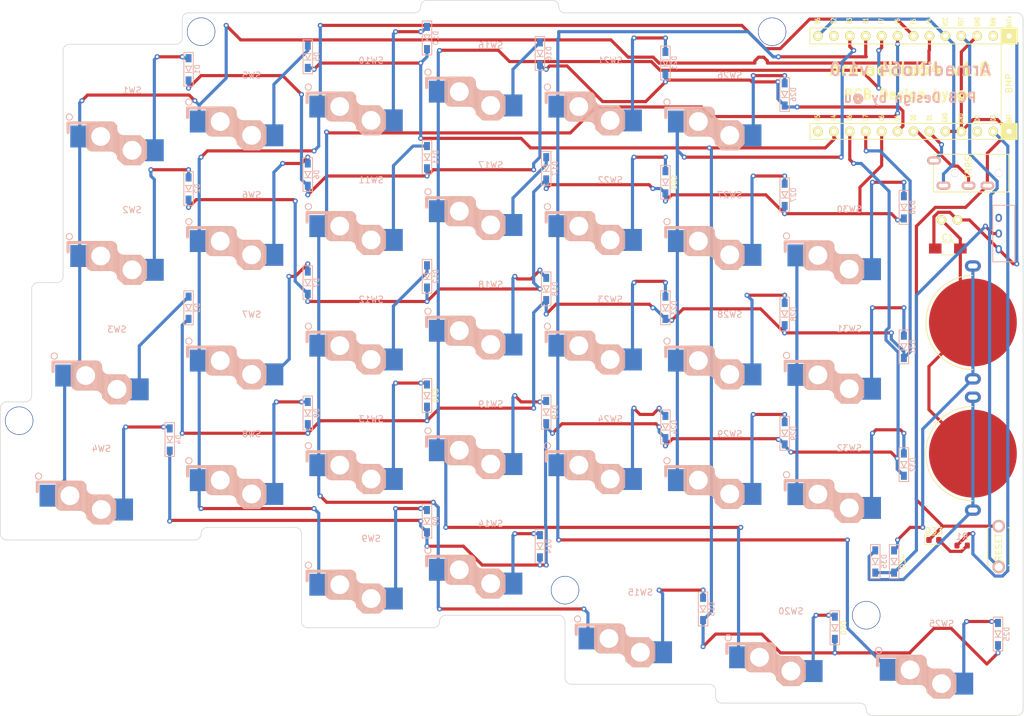
<source format=kicad_pcb>
(kicad_pcb (version 20241229) (generator "pcbnew") (generator_version "9.0")
  (layers (0 "F.Cu" signal) (2 "B.Cu" signal) (13 "F.Paste" user) (15 "B.Paste" user) (5 "F.SilkS" user "F.Silkscreen") (7 "B.SilkS" user "B.Silkscreen") (1 "F.Mask" user) (3 "B.Mask" user) (25 "Edge.Cuts" user))
  (net 0 "")
  (net 1 "GND")
  (net 2 "VCC")
  (net 3 "Row0")
  (net 4 "Row1")
  (net 5 "Row2")
  (net 6 "Row3")
  (net 7 "Row4")
  (net 8 "Bat+")
  (net 9 "LED")
  (net 10 "Col0")
  (net 11 "Col1")
  (net 12 "SDA")
  (net 13 "Col2")
  (net 14 "Col3")
  (net 15 "Col4")
  (net 16 "Col5")
  (net 17 "Reset")
  (net 18 "Data_SCL")
  (net 19 "Net-(D1-A)")
  (net 20 "Net-(D2-A)")
  (net 21 "Net-(D3-A)")
  (net 22 "Net-(D4-A)")
  (net 23 "Net-(D5-A)")
  (net 24 "Net-(D6-A)")
  (net 25 "Net-(D7-A)")
  (net 26 "Net-(D8-A)")
  (net 27 "Net-(D9-A)")
  (net 28 "Net-(D10-A)")
  (net 29 "Net-(D11-A)")
  (net 30 "Net-(D12-A)")
  (net 31 "Net-(D13-A)")
  (net 32 "Net-(D14-A)")
  (net 33 "Net-(D15-A)")
  (net 34 "Net-(D16-A)")
  (net 35 "Net-(D17-A)")
  (net 36 "Net-(D18-A)")
  (net 37 "Net-(D19-A)")
  (net 38 "Net-(D20-A)")
  (net 39 "Net-(D21-A)")
  (net 40 "Net-(D22-A)")
  (net 41 "Net-(D23-A)")
  (net 42 "Net-(D24-A)")
  (net 43 "Net-(D25-A)")
  (net 44 "Net-(D26-A)")
  (net 45 "Net-(D27-A)")
  (net 46 "Net-(D28-A)")
  (net 47 "Net-(D29-A)")
  (net 48 "Net-(D30-A)")
  (net 49 "Net-(D31-A)")
  (net 50 "Net-(D32-A)")
  (net 51 "Net-(D33-A)")
  (net 52 "Net-(SW30-Pad1)")
  (net 57 "Bat-")
  (net 58 "Net-(BT1-+)")
  (net 59 "Net-(BT2-+)")
  (net 60 "Net-(D34-K)")
  (footprint "kbd_Parts:Diode_SMD" (layer "F.Cu") (at 97 95 90)
    (property "Reference" "D13")
    (property "Value" "D" (hide yes))
  )
  (footprint "kbd_Parts:Diode_SMD" (layer "F.Cu") (at 115 119 90)
    (property "Reference" "D14")
    (property "Value" "D" (hide yes))
  )
  (footprint "kbd_Parts:Diode_SMD" (layer "F.Cu") (at 59 62 90)
    (property "Reference" "D2")
    (property "Value" "D" (hide yes))
  )
  (footprint "kbd_Parts:Diode_SMD" (layer "F.Cu") (at 116 58.775 90)
    (property "Reference" "D17")
    (property "Value" "D" (hide yes))
  )
  (footprint "kbd_Parts:Diode_SMD" (layer "F.Cu") (at 59 43 90)
    (property "Reference" "D1")
    (property "Value" "D" (hide yes))
  )
  (footprint "kbd_Parts:Diode_SMD" (layer "F.Cu") (at 59 81 90)
    (property "Reference" "D3")
    (property "Value" "D" (hide yes))
  )
  (footprint "kbd_Parts:Diode_SMD" (layer "F.Cu") (at 56 102 90)
    (property "Reference" "D4")
    (property "Value" "D" (hide yes))
  )
  (footprint "kbd_Parts:Diode_SMD" (layer "F.Cu") (at 78 41 90)
    (property "Reference" "D5")
    (property "Value" "D" (hide yes))
  )
  (footprint "kbd_Parts:Diode_SMD" (layer "F.Cu") (at 78 77 90)
    (property "Reference" "D7")
    (property "Value" "D" (hide yes))
  )
  (footprint "kbd_Parts:Diode_SMD" (layer "F.Cu") (at 78 97.775 90)
    (property "Reference" "D8")
    (property "Value" "D" (hide yes))
  )
  (footprint "kbd_Parts:Diode_SMD" (layer "F.Cu") (at 97 115 90)
    (property "Reference" "D9")
    (property "Value" "D" (hide yes))
  )
  (footprint "kbd_Parts:Diode_SMD" (layer "F.Cu") (at 97 38 90)
    (property "Reference" "D10")
    (property "Value" "D" (hide yes))
  )
  (footprint "kbd_Parts:Diode_SMD" (layer "F.Cu") (at 97 57 90)
    (property "Reference" "D11")
    (property "Value" "D" (hide yes))
  )
  (footprint "kbd_Parts:Diode_SMD" (layer "F.Cu") (at 97 76 90)
    (property "Reference" "D12")
    (property "Value" "D" (hide yes))
  )
  (footprint "kbd_Parts:Diode_SMD" (layer "F.Cu") (at 141 129 90)
    (property "Reference" "D15")
    (property "Value" "D" (hide yes))
  )
  (footprint "kbd_Parts:Diode_SMD" (layer "F.Cu") (at 115 40.475 90)
    (property "Reference" "D16")
    (property "Value" "D" (hide yes))
  )
  (footprint "kbd_Parts:Diode_SMD" (layer "F.Cu") (at 116 78 90)
    (property "Reference" "D18")
    (property "Value" "D" (hide yes))
  )
  (footprint "kbd_Parts:Diode_SMD" (layer "F.Cu") (at 116 97.625 90)
    (property "Reference" "D19")
    (property "Value" "D" (hide yes))
  )
  (footprint "kbd_Parts:Diode_SMD" (layer "F.Cu") (at 162 132 90)
    (property "Reference" "D20")
    (property "Value" "D" (hide yes))
  )
  (footprint "kbd_Parts:Diode_SMD" (layer "F.Cu") (at 135 42 90)
    (property "Reference" "D21")
    (property "Value" "D" (hide yes))
  )
  (footprint "kbd_Parts:Diode_SMD" (layer "F.Cu") (at 135 81 90)
    (property "Reference" "D23")
    (property "Value" "D" (hide yes))
  )
  (footprint "kbd_Parts:Diode_SMD" (layer "F.Cu") (at 135 100 90)
    (property "Reference" "D24")
    (property "Value" "D" (hide yes))
  )
  (footprint "kbd_Parts:Diode_SMD" (layer "F.Cu") (at 188 133 90)
    (property "Reference" "D25")
    (property "Value" "D" (hide yes))
  )
  (footprint "kbd_Parts:Diode_SMD" (layer "F.Cu") (at 154 47 90)
    (property "Reference" "D26")
    (property "Value" "D" (hide yes))
  )
  (footprint "kbd_Parts:Diode_SMD" (layer "F.Cu") (at 154 63 90)
    (property "Reference" "D27")
    (property "Value" "D" (hide yes))
  )
  (footprint "kbd_Parts:Diode_SMD" (layer "F.Cu") (at 135 61 90)
    (property "Reference" "D22")
    (property "Value" "D" (hide yes))
  )
  (footprint "kbd_Parts:Micon_BMP_N60" (layer "F.Cu") (at 172.762 45.2375 -90)
    (property "Reference" "U1" (hide yes))
    (property "Value" "BLEMicroPro" (hide yes))
  )
  (footprint "kbd_Parts:Diode_SMD" (layer "F.Cu") (at 154 82 90)
    (property "Reference" "D28")
    (property "Value" "D" (hide yes))
  )
  (footprint "kbd_Parts:Diode_SMD" (layer "F.Cu") (at 154 101 90)
    (property "Reference" "D29")
    (property "Value" "D" (hide yes))
  )
  (footprint "kbd_Hole:m2_Spacer_Hole" (layer "F.Cu") (at 167 130)
    (property "Reference" "Ref**")
    (property "Value" "Val**")
  )
  (footprint "kbd_Parts:Capacitor_1206" (layer "F.Cu") (at 180 71.55)
    (property "Reference" "C1")
    (property "Value" "C")
  )
  (footprint "kbd_Hole:m2_Spacer_Hole" (layer "F.Cu") (at 61 37)
    (property "Reference" "Ref**")
    (property "Value" "Val**")
  )
  (footprint "kbd_Parts:Battery_ali_CR1632" (layer "F.Cu") (at 184 83.3375 -90)
    (property "Reference" "BT1" (hide yes))
    (property "Value" "Battery_Cell")
  )
  (footprint "LED_SMD:LED_0603_1608Metric" (layer "F.Cu") (at 177.7875 118)
    (property "Reference" "D33")
    (property "Value" "LED")
  )
  (footprint "Resistor_SMD:R_0603_1608Metric" (layer "F.Cu") (at 182.2862 118.8938)
    (property "Reference" "R1")
    (property "Value" "R")
  )
  (footprint "kbd_Parts:Battery_ali_CR1632" (layer "F.Cu") (at 184 104.24375 -90)
    (property "Reference" "BT2" (hide yes))
    (property "Value" "Battery_Cell")
  )
  (footprint "kbd_Parts:Diode_SMD" (layer "F.Cu") (at 173 106 90)
    (property "Reference" "D32")
    (property "Value" "D" (hide yes))
  )
  (footprint "kbd_Parts:Diode_SMD" (layer "F.Cu") (at 78 59.775 90)
    (property "Reference" "D6")
    (property "Value" "D" (hide yes))
  )
  (footprint "kbd_Parts:Diode_SMD" (layer "F.Cu") (at 168.44375 121.4375 90)
    (property "Reference" "D35")
    (property "Value" "D" (hide yes))
  )
  (footprint "kbd_Hole:m2_Spacer_Hole" (layer "F.Cu") (at 119 126)
    (property "Reference" "Ref**")
    (property "Value" "Val**")
  )
  (footprint "kbd_Hole:m2_Spacer_Hole" (layer "F.Cu") (at 32 99)
    (property "Reference" "Ref**")
    (property "Value" "Val**")
  )
  (footprint "kbd_Hole:m2_Spacer_Hole" (layer "F.Cu") (at 152 37)
    (property "Reference" "Ref**")
    (property "Value" "Val**")
  )
  (footprint "kbd_Parts:Diode_SMD" (layer "F.Cu") (at 173 65 90)
    (property "Reference" "D30")
    (property "Value" "D" (hide yes))
  )
  (footprint "kbd_Parts:Diode_SMD" (layer "F.Cu") (at 171.44375 121.4375 90)
    (property "Reference" "D34")
    (property "Value" "D" (hide yes))
  )
  (footprint "kbd_Parts:Diode_SMD" (layer "F.Cu") (at 173 87.225 90)
    (property "Reference" "D31")
    (property "Value" "D" (hide yes))
  )
  (footprint "kbd_Parts:Battery_BMP_2pin" (layer "F.Cu") (at 179.996 67 -90)
    (property "Reference" "J2" (hide yes))
    (property "Value" "Conn_01x02" (hide yes))
  )
  (footprint "kbd_Parts:TRRS_MJ-4PP-9" (layer "B.Cu") (at 183.6125 59.525 90)
    (property "Reference" "J1")
    (property "Value" "MJ-4PP-9" (hide yes))
  )
  (footprint "kbd_SW_PCBA:Choc_v2_Hotswap_1u" (layer "B.Cu") (at 145.25 47.6187 180)
    (property "Reference" "SW26")
    (property "Value" "SW_PUSH" (hide yes))
  )
  (footprint "kbd_SW_PCBA:Choc_v2_Hotswap_1.25u" (layer "B.Cu") (at 47.6 88.1 180)
    (property "Reference" "SW3")
    (property "Value" "SW_PUSH" (hide yes))
  )
  (footprint "kbd_SW_PCBA:Choc_v2_Hotswap_1u" (layer "B.Cu") (at 126.2 64.2875 180)
    (property "Reference" "SW22")
    (property "Value" "SW_PUSH" (hide yes))
  )
  (footprint "kbd_SW_PCBA:Choc_v2_Hotswap_1u" (layer "B.Cu") (at 145.25 85.7187 180)
    (property "Reference" "SW28")
    (property "Value" "SW_PUSH" (hide yes))
  )
  (footprint "kbd_SW_PCBA:Choc_v2_Hotswap_1u" (layer "B.Cu") (at 88.1 64.2875 180)
    (property "Reference" "SW11")
    (property "Value" "SW_PUSH" (hide yes))
  )
  (footprint "kbd_SW_PCBA:Choc_v2_Hotswap_1u" (layer "B.Cu") (at 107.15 42.8562 180)
    (property "Reference" "SW16")
    (property "Value" "SW_PUSH" (hide yes))
  )
  (footprint "kbd_SW_PCBA:Choc_v2_Hotswap_1u" (layer "B.Cu") (at 126.2 45.2375 180)
    (property "Reference" "SW21")
    (property "Value" "SW_PUSH" (hide yes))
  )
  (footprint "kbd_SW_PCBA:Choc_v2_Hotswap_1u" (layer "B.Cu") (at 50 50 180)
    (property "Reference" "SW1")
    (property "Value" "SW_PUSH" (hide yes))
  )
  (footprint "kbd_SW_PCBA:Choc_v2_Hotswap_1u" (layer "B.Cu") (at 88.1 121.4375 180)
    (property "Reference" "SW9")
    (property "Value" "SW_PUSH" (hide yes))
  )
  (footprint "kbd_SW_PCBA:Choc_v2_Hotswap_1u" (layer "B.Cu") (at 69.05 104.7687 180)
    (property "Reference" "SW8")
    (property "Value" "SW_PUSH" (hide yes))
  )
  (footprint "kbd_SW_PCBA:Choc_v2_Hotswap_1u" (layer "B.Cu") (at 155 133 180)
    (property "Reference" "SW20")
    (property "Value" "SW_PUSH" (hide yes))
  )
  (footprint "kbd_SW_PCBA:Choc_v2_Hotswap_1u" (layer "B.Cu") (at 107.15 100.0062 180)
    (property "Reference" "SW19")
    (property "Value" "SW_PUSH" (hide yes))
  )
  (footprint "kbd_SW_PCBA:Choc_v2_Hotswap_1u" (layer "B.Cu") (at 107.15 80.9562 180)
    (property "Reference" "SW18")
    (property "Value" "SW_PUSH" (hide yes))
  )
  (footprint "kbd_SW_PCBA:Choc_v2_Hotswap_1u" (layer "B.Cu") (at 107.15 61.9062 180)
    (property "Reference" "SW17")
    (property "Value" "SW_PUSH" (hide yes))
  )
  (footprint "kbd_SW_PCBA:Choc_v2_Hotswap_1u" (layer "B.Cu") (at 69.05 85.7187 180)
    (property "Reference" "SW7")
    (property "Value" "SW_PUSH" (hide yes))
  )
  (footprint "kbd_SW_PCBA:Choc_v2_Hotswap_1u" (layer "B.Cu") (at 107.15 119.0562 180)
    (property "Reference" "SW14")
    (property "Value" "SW_PUSH" (hide yes))
  )
  (footprint "kbd_SW_PCBA:Choc_v2_Hotswap_1u" (layer "B.Cu") (at 88.1 102.3875 180)
    (property "Reference" "SW13")
    (property "Value" "SW_PUSH" (hide yes))
  )
  (footprint "kbd_SW_PCBA:Choc_v2_Hotswap_1u" (layer "B.Cu") (at 88.1 83.3375 180)
    (property "Reference" "SW12")
    (property "Value" "SW_PUSH" (hide yes))
  )
  (footprint "kbd_SW_PCBA:Choc_v2_Hotswap_1u" (layer "B.Cu") (at 88.0938 45.2312 180)
    (property "Reference" "SW10")
    (property "Value" "SW_PUSH" (hide yes))
  )
  (footprint "kbd_SW_PCBA:Choc_v2_Hotswap_1u" (layer "B.Cu") (at 126.2 83.3375 180)
    (property "Reference" "SW23")
    (property "Value" "SW_PUSH" (hide yes))
  )
  (footprint "kbd_SW_PCBA:Choc_v2_Hotswap_1u" (layer "B.Cu") (at 126.2 102.3875 180)
    (property "Reference" "SW24")
    (property "Value" "SW_PUSH" (hide yes))
  )
  (footprint "kbd_SW_PCBA:Choc_v2_Hotswap_1u" (layer "B.Cu") (at 179 135 180)
    (property "Reference" "SW25")
    (property "Value" "SW_PUSH" (hide yes))
  )
  (footprint "kbd_SW_PCBA:Choc_v2_Hotswap_1u" (layer "B.Cu") (at 145.25 104.7687 180)
    (property "Reference" "SW29")
    (property "Value" "SW_PUSH" (hide yes))
  )
  (footprint "kbd_SW_PCBA:Choc_v2_Hotswap_1u" (layer "B.Cu") (at 164.3 68.95 180)
    (property "Reference" "SW30")
    (property "Value" "SW_PUSH" (hide yes))
  )
  (footprint "kbd_SW_PCBA:Choc_v2_Hotswap_1u" (layer "B.Cu") (at 50 69.05 180)
    (property "Reference" "SW2")
    (property "Value" "SW_PUSH" (hide yes))
  )
  (footprint "kbd_SW_PCBA:Choc_v2_Hotswap_1u" (layer "B.Cu") (at 69.05 66.6687 180)
    (property "Reference" "SW6")
    (property "Value" "SW_PUSH" (hide yes))
  )
  (footprint "kbd_SW_PCBA:Choc_v2_Hotswap_1u" (layer "B.Cu") (at 131 130 180)
    (property "Reference" "SW15")
    (property "Value" "SW_PUSH" (hide yes))
  )
  (footprint "kbd_Parts:ResetSW" (layer "B.Cu") (at 188.1125 119.05625 -90)
    (property "Reference" "SW33" (hide yes))
    (property "Value" "SW_PUSH")
  )
  (footprint "kbd_SW_PCBA:Choc_v2_Hotswap_1u" (layer "B.Cu") (at 69.05 47.6187 180)
    (property "Reference" "SW5")
    (property "Value" "SW_PUSH" (hide yes))
  )
  (footprint "kbd_SW_PCBA:Choc_v2_Hotswap_1.5u" (layer "B.Cu") (at 45.1 107.25 180)
    (property "Reference" "SW4")
    (property "Value" "SW_PUSH" (hide yes))
  )
  (footprint "kbd_SW_PCBA:Choc_v2_Hotswap_1u" (layer "B.Cu") (at 164.3 107 180)
    (property "Reference" "SW32")
    (property "Value" "SW_PUSH" (hide yes))
  )
  (footprint "kbd_SW_PCBA:Choc_v2_Hotswap_1u" (layer "B.Cu") (at 145.25 66.6687 180)
    (property "Reference" "SW27")
    (property "Value" "SW_PUSH" (hide yes))
  )
  (footprint "kbd_SW_PCBA:Choc_v2_Hotswap_1u" (layer "B.Cu") (at 164.3 88 180)
    (property "Reference" "SW31")
    (property "Value" "SW_PUSH" (hide yes))
  )
  (footprint "kbd_Parts:TGSW_MSK-12D19" (layer "B.Cu") (at 189.1625 69.16875 90)
    (property "Reference" "SW34")
    (property "Value" "SW_SPDT" (hide yes))
  )
  (gr_line (start 119 140) (end 119 131) (stroke (width 0.1)) (layer "Edge.Cuts"))
  (gr_arc (start 58 38) (mid 57.707107 38.707107) (end 57 39) (stroke (width 0.1)) (layer "Edge.Cuts"))
  (gr_line (start 35 77) (end 38 77) (stroke (width 0.1)) (layer "Edge.Cuts"))
  (gr_line (start 29 117) (end 29 97) (stroke (width 0.1)) (layer "Edge.Cuts"))
  (gr_arc (start 34 78) (mid 34.292893 77.292893) (end 35 77) (stroke (width 0.1)) (layer "Edge.Cuts"))
  (gr_arc (start 76 116) (mid 76.707107 116.292893) (end 77 117) (stroke (width 0.1)) (layer "Edge.Cuts"))
  (gr_arc (start 29 97) (mid 29.292893 96.292893) (end 30 96) (stroke (width 0.1)) (layer "Edge.Cuts"))
  (gr_arc (start 99 131) (mid 99.292893 130.292893) (end 100 130) (stroke (width 0.1)) (layer "Edge.Cuts"))
  (gr_line (start 192 35) (end 192 145) (stroke (width 0.1)) (layer "Edge.Cuts"))
  (gr_line (start 143 143) (end 143 142) (stroke (width 0.1)) (layer "Edge.Cuts"))
  (gr_arc (start 120 141) (mid 119.292893 140.707107) (end 119 140) (stroke (width 0.1)) (layer "Edge.Cuts"))
  (gr_arc (start 39 40) (mid 39.292893 39.292893) (end 40 39) (stroke (width 0.1)) (layer "Edge.Cuts"))
  (gr_line (start 58 38) (end 58 35) (stroke (width 0.1)) (layer "Edge.Cuts"))
  (gr_arc (start 96 33) (mid 95.707107 33.707107) (end 95 34) (stroke (width 0.1)) (layer "Edge.Cuts"))
  (gr_arc (start 166 144) (mid 166.707107 144.292893) (end 167 145) (stroke (width 0.1)) (layer "Edge.Cuts"))
  (gr_arc (start 39 76) (mid 38.707107 76.707107) (end 38 77) (stroke (width 0.1)) (layer "Edge.Cuts"))
  (gr_arc (start 78 132) (mid 77.292893 131.707107) (end 77 131) (stroke (width 0.1)) (layer "Edge.Cuts"))
  (gr_arc (start 192 145) (mid 191.707107 145.707107) (end 191 146) (stroke (width 0.1)) (layer "Edge.Cuts"))
  (gr_arc (start 168 146) (mid 167.292893 145.707107) (end 167 145) (stroke (width 0.1)) (layer "Edge.Cuts"))
  (gr_line (start 62 116) (end 76 116) (stroke (width 0.1)) (layer "Edge.Cuts"))
  (gr_arc (start 142 141) (mid 142.707107 141.292893) (end 143 142) (stroke (width 0.1)) (layer "Edge.Cuts"))
  (gr_line (start 119 34) (end 191 34) (stroke (width 0.1)) (layer "Edge.Cuts"))
  (gr_arc (start 61 117) (mid 60.707107 117.707107) (end 60 118) (stroke (width 0.1)) (layer "Edge.Cuts"))
  (gr_arc (start 34 95) (mid 33.707107 95.707107) (end 33 96) (stroke (width 0.1)) (layer "Edge.Cuts"))
  (gr_arc (start 96 33) (mid 96.292893 32.292893) (end 97 32) (stroke (width 0.1)) (layer "Edge.Cuts"))
  (gr_line (start 60 118) (end 30 118) (stroke (width 0.1)) (layer "Edge.Cuts"))
  (gr_arc (start 117 32) (mid 117.707107 32.292893) (end 118 33) (stroke (width 0.1)) (layer "Edge.Cuts"))
  (gr_arc (start 144 144) (mid 143.292893 143.707107) (end 143 143) (stroke (width 0.1)) (layer "Edge.Cuts"))
  (gr_line (start 118 130) (end 100 130) (stroke (width 0.1)) (layer "Edge.Cuts"))
  (gr_line (start 168 146) (end 191 146) (stroke (width 0.1)) (layer "Edge.Cuts"))
  (gr_line (start 59 34) (end 95 34) (stroke (width 0.1)) (layer "Edge.Cuts"))
  (gr_arc (start 58 35) (mid 58.292893 34.292893) (end 59 34) (stroke (width 0.1)) (layer "Edge.Cuts"))
  (gr_arc (start 119 34) (mid 118.292893 33.707107) (end 118 33) (stroke (width 0.1)) (layer "Edge.Cuts"))
  (gr_arc (start 118 130) (mid 118.707107 130.292893) (end 119 131) (stroke (width 0.1)) (layer "Edge.Cuts"))
  (gr_arc (start 61 117) (mid 61.292893 116.292893) (end 62 116) (stroke (width 0.1)) (layer "Edge.Cuts"))
  (gr_line (start 39 76) (end 39 40) (stroke (width 0.1)) (layer "Edge.Cuts"))
  (gr_arc (start 30 118) (mid 29.292893 117.707107) (end 29 117) (stroke (width 0.1)) (layer "Edge.Cuts"))
  (gr_line (start 98 132) (end 78 132) (stroke (width 0.1)) (layer "Edge.Cuts"))
  (gr_line (start 166 144) (end 144 144) (stroke (width 0.1)) (layer "Edge.Cuts"))
  (gr_line (start 34 95) (end 34 78) (stroke (width 0.1)) (layer "Edge.Cuts"))
  (gr_line (start 77 131) (end 77 117) (stroke (width 0.1)) (layer "Edge.Cuts"))
  (gr_line (start 40 39) (end 57 39) (stroke (width 0.1)) (layer "Edge.Cuts"))
  (gr_arc (start 191 34) (mid 191.707107 34.292893) (end 192 35) (stroke (width 0.1)) (layer "Edge.Cuts"))
  (gr_line (start 142 141) (end 120 141) (stroke (width 0.1)) (layer "Edge.Cuts"))
  (gr_arc (start 99 131) (mid 98.707107 131.707107) (end 98 132) (stroke (width 0.1)) (layer "Edge.Cuts"))
  (gr_line (start 97 32) (end 117 32) (stroke (width 0.1)) (layer "Edge.Cuts"))
  (gr_line (start 33 96) (end 30 96) (stroke (width 0.1)) (layer "Edge.Cuts"))
  (gr_text "Armadillo64 v1.0" (at 174 43 0) (layer "F.SilkS") (effects (font (size 2 2) (thickness 0.35))))
  (gr_text "PCB Design by @u" (at 174 47 0) (layer "F.SilkS") (effects (font (size 1.5 1.5) (thickness 0.3))))
  (gr_text "Armadillo64 v1.0" (at 174 43 0) (layer "B.SilkS") (effects (font (size 2 2) (thickness 0.35)) (justify mirror)))
  (gr_text "PCB Design by @u" (at 173.975 47.5225 0) (layer "B.SilkS") (effects (font (size 1.5 1.5) (thickness 0.3)) (justify mirror)))
  (segment (start 182.16 52.8939) (end 179.62 52.8939) (width 0.5) (layer "F.Cu") (net 1))
  (segment (start 184.0539 51) (end 187.8861 51) (width 0.5) (layer "F.Cu") (net 1))
  (segment (start 188.1125 115.80625) (end 179.19375 115.80625) (width 0.5) (layer "F.Cu") (net 1))
  (segment (start 175 111.6125) (end 175 68) (width 0.5) (layer "F.Cu") (net 1))
  (segment (start 175 68) (end 178 65) (width 0.5) (layer "F.Cu") (net 1))
  (segment (start 186.3125 56.3614) (end 186.3125 61.525) (width 0.5) (layer "F.Cu") (net 1))
  (segment (start 182.16 40.2139) (end 182.16 52.8939) (width 0.5) (layer "F.Cu") (net 1))
  (segment (start 189.78 52.8939) (end 186.3125 56.3614) (width 0.5) (layer "F.Cu") (net 1))
  (segment (start 187.8861 51) (end 189.78 52.8939) (width 0.5) (layer "F.Cu") (net 1))
  (segment (start 179.19375 115.80625) (end 175 111.6125) (width 0.5) (layer "F.Cu") (net 1))
  (segment (start 184.7 37.6739) (end 182.16 40.2139) (width 0.5) (layer "F.Cu") (net 1))
  (segment (start 182.8375 65) (end 186.3125 61.525) (width 0.5) (layer "F.Cu") (net 1))
  (segment (start 179.19375 115.80625) (end 177 118) (width 0.5) (layer "F.Cu") (net 1))
  (segment (start 178 65) (end 182.8375 65) (width 0.5) (layer "F.Cu") (net 1))
  (segment (start 182.16 52.8939) (end 184.0539 51) (width 0.5) (layer "F.Cu") (net 1))
  (segment (start 180.947 39.0009) (end 179.62 37.6739) (width 0.5) (layer "B.Cu") (net 2))
  (segment (start 161.9739 35) (end 177 35) (width 0.5) (layer "B.Cu") (net 2))
  (segment (start 159.3 37.6739) (end 161.9739 35) (width 0.5) (layer "B.Cu") (net 2))
  (segment (start 177 35.0539) (end 179.62 37.6739) (width 0.5) (layer "B.Cu") (net 2))
  (segment (start 179.3125 61.525) (end 179.3125 59.6875) (width 0.5) (layer "B.Cu") (net 2))
  (segment (start 180.947 58.053) (end 180.947 39.0009) (width 0.5) (layer "B.Cu") (net 2))
  (segment (start 177 35) (end 177 35.0539) (width 0.5) (layer "B.Cu") (net 2))
  (segment (start 179.3125 59.6875) (end 180.947 58.053) (width 0.5) (layer "B.Cu") (net 2))
  (segment (start 98 59) (end 114 59) (width 0.5) (layer "F.Cu") (net 3))
  (segment (start 148.514204 44.7177) (end 148.796504 45) (width 0.5) (layer "F.Cu") (net 3))
  (segment (start 124.998366 48.1385) (end 131.8615 48.1385) (width 0.5) (layer "F.Cu") (net 3))
  (segment (start 119.321366 42.4615) (end 124.998366 48.1385) (width 0.5) (layer "F.Cu") (net 3))
  (segment (start 61 44) (end 74 44) (width 0.5) (layer "F.Cu") (net 3))
  (segment (start 59 46) (end 61 44) (width 0.5) (layer "F.Cu") (net 3))
  (segment (start 81 60) (end 97 60) (width 0.5) (layer "F.Cu") (net 3))
  (segment (start 116.5385 42.4615) (end 119.321366 42.4615) (width 0.5) (layer "F.Cu") (net 3))
  (segment (start 172.851 52.0429) (end 172.851 49.647504) (width 0.5) (layer "F.Cu") (net 3))
  (segment (start 131.8615 48.1385) (end 135 45) (width 0.5) (layer "F.Cu") (net 3))
  (segment (start 116.5385 42.4615) (end 116 43) (width 0.5) (layer "F.Cu") (net 3))
  (segment (start 135 45) (end 135.2823 44.7177) (width 0.5) (layer "F.Cu") (net 3))
  (segment (start 148.796504 45) (end 152.924998 45) (width 0.5) (layer "F.Cu") (net 3))
  (segment (start 135.2823 44.7177) (end 148.514204 44.7177) (width 0.5) (layer "F.Cu") (net 3))
  (segment (start 172 52.8939) (end 172.851 52.0429) (width 0.5) (layer "F.Cu") (net 3))
  (segment (start 172.203496 49) (end 156 49) (width 0.5) (layer "F.Cu") (net 3))
  (segment (start 172.851 49.647504) (end 172.203496 49) (width 0.5) (layer "F.Cu") (net 3))
  (segment (start 74 44) (end 77 47) (width 0.5) (layer "F.Cu") (net 3))
  (segment (start 152.767698 44.8427) (end 152.924998 45) (width 0.5) (layer "F.Cu") (net 3))
  (segment (start 97 60) (end 98 59) (width 0.5) (layer "F.Cu") (net 3))
  (segment (start 78 63) (end 81 60) (width 0.5) (layer "F.Cu") (net 3))
  (via (at 135 45) (size 0.8) (drill 0.4) (layers "F.Cu" "B.Cu") (net 3))
  (via (at 114 59) (size 0.8) (drill 0.4) (layers "F.Cu" "B.Cu") (net 3))
  (via (at 152.924998 45) (size 0.8) (drill 0.4) (layers "F.Cu" "B.Cu") (net 3))
  (via (at 116 43) (size 0.8) (drill 0.4) (layers "F.Cu" "B.Cu") (net 3))
  (via (at 78 63) (size 0.8) (drill 0.4) (layers "F.Cu" "B.Cu") (net 3))
  (via (at 59 46) (size 0.8) (drill 0.4) (layers "F.Cu" "B.Cu") (net 3))
  (via (at 156 49) (size 0.8) (drill 0.4) (layers "F.Cu" "B.Cu") (net 3))
  (via (at 97 60) (size 0.8) (drill 0.4) (layers "F.Cu" "B.Cu") (net 3))
  (via (at 77 47) (size 0.8) (drill 0.4) (layers "F.Cu" "B.Cu") (net 3))
  (segment (start 97 60) (end 97 58.775) (width 0.5) (layer "B.Cu") (net 3))
  (segment (start 78 61.55) (end 78 63) (width 0.5) (layer "B.Cu") (net 3))
  (segment (start 115 57) (end 115 42.25) (width 0.5) (layer "B.Cu") (net 3))
  (segment (start 152.924998 47.699998) (end 154 48.775) (width 0.5) (layer "B.Cu") (net 3))
  (segment (start 59 44.775) (end 59 46) (width 0.5) (layer "B.Cu") (net 3))
  (segment (start 116 43) (end 115.75 43) (width 0.5) (layer "B.Cu") (net 3))
  (segment (start 77 60.55) (end 78 61.55) (width 0.5) (layer "B.Cu") (net 3))
  (segment (start 156 49) (end 154.225 49) (width 0.5) (layer "B.Cu") (net 3))
  (segment (start 115.75 43) (end 115 42.25) (width 0.5) (layer "B.Cu") (net 3))
  (segment (start 77 47) (end 77 60.55) (width 0.5) (layer "B.Cu") (net 3))
  (segment (start 154.225 49) (end 154 48.775) (width 0.5) (layer "B.Cu") (net 3))
  (segment (start 135 43.775) (end 135 45) (width 0.5) (layer "B.Cu") (net 3))
  (segment (start 114 59) (end 114 58) (width 0.5) (layer "B.Cu") (net 3))
  (segment (start 114 58) (end 115 57) (width 0.5) (layer "B.Cu") (net 3))
  (segment (start 152.924998 45) (end 152.924998 47.699998) (width 0.5) (layer "B.Cu") (net 3))
  (segment (start 116 62) (end 116.6135 61.3865) (width 0.5) (layer "F.Cu") (net 4))
  (segment (start 166 61.796504) (end 166 66) (width 0.5) (layer "F.Cu") (net 4))
  (segment (start 136 63) (end 151 63) (width 0.5) (layer "F.Cu") (net 4))
  (segment (start 169.46 58.336504) (end 166 61.796504) (width 0.5) (layer "F.Cu") (net 4))
  (segment (start 97 80) (end 99 78) (width 0.5) (layer "F.Cu") (net 4))
  (segment (start 99 78) (end 115 78) (width 0.5) (layer "F.Cu") (net 4))
  (segment (start 116.6135 61.3865) (end 132.3865 61.3865) (width 0.5) (layer "F.Cu") (net 4))
  (segment (start 135 64) (end 136 63) (width 0.5) (layer "F.Cu") (net 4))
  (segment (start 171 66) (end 172 67) (width 0.5) (layer "F.Cu") (net 4))
  (segment (start 60.2323 63.7677) (end 75.7677 63.7677) (width 0.5) (layer "F.Cu") (net 4))
  (segment (start 59 65) (end 60.2323 63.7677) (width 0.5) (layer "F.Cu") (net 4))
  (segment (start 169.46 52.8939) (end 169.46 58.336504) (width 0.5) (layer "F.Cu") (net 4))
  (segment (start 78 80) (end 97 80) (width 0.5) (layer "F.Cu") (net 4))
  (segment (start 132.3865 61.3865) (end 133 62) (width 0.5) (layer "F.Cu") (net 4))
  (segment (start 154 66) (end 166 66) (width 0.5) (layer "F.Cu") (net 4))
  (segment (start 166 66) (end 171 66) (width 0.5) (layer "F.Cu") (net 4))
  (segment (start 151 63) (end 154 66) (width 0.5) (layer "F.Cu") (net 4))
  (segment (start 75.7677 63.7677) (end 76 64) (width 0.5) (layer "F.Cu") (net 4))
  (via (at 172 67) (size 0.8) (drill 0.4) (layers "F.Cu" "B.Cu") (net 4))
  (via (at 116 62) (size 0.8) (drill 0.4) (layers "F.Cu" "B.Cu") (net 4))
  (via (at 115 78) (size 0.8) (drill 0.4) (layers "F.Cu" "B.Cu") (net 4))
  (via (at 59 65) (size 0.8) (drill 0.4) (layers "F.Cu" "B.Cu") (net 4))
  (via (at 135 64) (size 0.8) (drill 0.4) (layers "F.Cu" "B.Cu") (net 4))
  (via (at 76 64) (size 0.8) (drill 0.4) (layers "F.Cu" "B.Cu") (net 4))
  (via (at 154 66) (size 0.8) (drill 0.4) (layers "F.Cu" "B.Cu") (net 4))
  (via (at 133 62) (size 0.8) (drill 0.4) (layers "F.Cu" "B.Cu") (net 4))
  (via (at 97 80) (size 0.8) (drill 0.4) (layers "F.Cu" "B.Cu") (net 4))
  (via (at 78 80) (size 0.8) (drill 0.4) (layers "F.Cu" "B.Cu") (net 4))
  (segment (start 172 67) (end 172.775 67) (width 0.5) (layer "B.Cu") (net 4))
  (segment (start 97 80) (end 97 77.775) (width 0.5) (layer "B.Cu") (net 4))
  (segment (start 154 66) (end 154 64.775) (width 0.5) (layer "B.Cu") (net 4))
  (segment (start 115 78) (end 114 77) (width 0.5) (layer "B.Cu") (net 4))
  (segment (start 135 62.775) (end 135 64) (width 0.5) (layer "B.Cu") (net 4))
  (segment (start 59 63.775) (end 59 65) (width 0.5) (layer "B.Cu") (net 4))
  (segment (start 172.775 67) (end 173 66.775) (width 0.5) (layer "B.Cu") (net 4))
  (segment (start 114 62.55) (end 116 60.55) (width 0.5) (layer "B.Cu") (net 4))
  (segment (start 76 64) (end 76 76.775) (width 0.5) (layer "B.Cu") (net 4))
  (segment (start 133 62) (end 134.225 62) (width 0.5) (layer "B.Cu") (net 4))
  (segment (start 114 77) (end 114 62.55) (width 0.5) (layer "B.Cu") (net 4))
  (segment (start 76 76.775) (end 78 78.775) (width 0.5) (layer "B.Cu") (net 4))
  (segment (start 116 60.55) (end 116 62) (width 0.5) (layer "B.Cu") (net 4))
  (segment (start 78 78.775) (end 78 80) (width 0.5) (layer "B.Cu") (net 4))
  (segment (start 134.225 62) (end 135 62.775) (width 0.5) (layer "B.Cu") (net 4))
  (segment (start 78 101) (end 80 99) (width 0.5) (layer "F.Cu") (net 5))
  (segment (start 137.8303 81.1697) (end 150.1697 81.1697) (width 0.5) (layer "F.Cu") (net 5))
  (segment (start 116 82) (end 117.5635 80.4365) (width 0.5) (layer "F.Cu") (net 5))
  (segment (start 166.92 55.92) (end 167 56) (width 0.5) (layer "F.Cu") (net 5))
  (segment (start 132.4365 80.4365) (end 133 81) (width 0.5) (layer "F.Cu") (net 5))
  (segment (start 80 99) (end 97 99) (width 0.5) (layer "F.Cu") (net 5))
  (segment (start 97 99) (end 99 97) (width 0.5) (layer "F.Cu") (net 5))
  (segment (start 117.5635 80.4365) (end 132.4365 80.4365) (width 0.5) (layer "F.Cu") (net 5))
  (segment (start 99 97) (end 114 97) (width 0.5) (layer "F.Cu") (net 5))
  (segment (start 166.92 52.8939) (end 166.92 55.92) (width 0.5) (layer "F.Cu") (net 5))
  (segment (start 78 101) (end 58 101) (width 0.5) (layer "F.Cu") (net 5))
  (segment (start 154 85) (end 171 85) (width 0.5) (layer "F.Cu") (net 5))
  (segment (start 136 83) (end 137.8303 81.1697) (width 0.5) (layer "F.Cu") (net 5))
  (segment (start 150.1697 81.1697) (end 154 85) (width 0.5) (layer "F.Cu") (net 5))
  (via (at 136 83) (size 0.8) (drill 0.4) (layers "F.Cu" "B.Cu") (net 5))
  (via (at 78 101) (size 0.8) (drill 0.4) (layers "F.Cu" "B.Cu") (net 5))
  (via (at 171 85) (size 0.8) (drill 0.4) (layers "F.Cu" "B.Cu") (net 5))
  (via (at 133 81) (size 0.8) (drill 0.4) (layers "F.Cu" "B.Cu") (net 5))
  (via (at 97 99) (size 0.8) (drill 0.4) (layers "F.Cu" "B.Cu") (net 5))
  (via (at 116 82) (size 0.8) (drill 0.4) (layers "F.Cu" "B.Cu") (net 5))
  (via (at 167 56) (size 0.8) (drill 0.4) (layers "F.Cu" "B.Cu") (net 5))
  (via (at 154 85) (size 0.8) (drill 0.4) (layers "F.Cu" "B.Cu") (net 5))
  (via (at 58 101) (size 0.8) (drill 0.4) (layers "F.Cu" "B.Cu") (net 5))
  (via (at 114 97) (size 0.8) (drill 0.4) (layers "F.Cu" "B.Cu") (net 5))
  (segment (start 133 81) (end 133.225 81) (width 0.5) (layer "B.Cu") (net 5))
  (segment (start 173 88) (end 173 89) (width 0.5) (layer "B.Cu") (net 5))
  (segment (start 167 56) (end 169.203496 56) (width 0.5) (layer "B.Cu") (net 5))
  (segment (start 154 83.775) (end 154 85) (width 0.5) (layer "B.Cu") (net 5))
  (segment (start 135.225 83) (end 135 82.775) (width 0.5) (layer "B.Cu") (net 5))
  (segment (start 58 101) (end 58 83.775) (width 0.5) (layer "B.Cu") (net 5))
  (segment (start 114 81.775) (end 116 79.775) (width 0.5) (layer "B.Cu") (net 5))
  (segment (start 78 99.55) (end 78 101) (width 0.5) (layer "B.Cu") (net 5))
  (segment (start 169.203496 56) (end 174 60.796504) (width 0.5) (layer "B.Cu") (net 5))
  (segment (start 174 88) (end 173 89) (width 0.5) (layer "B.Cu") (net 5))
  (segment (start 174 60.796504) (end 174 88) (width 0.5) (layer "B.Cu") (net 5))
  (segment (start 136 83) (end 135.225 83) (width 0.5) (layer "B.Cu") (net 5))
  (segment (start 116 79.775) (end 116 82) (width 0.5) (layer "B.Cu") (net 5))
  (segment (start 114 97) (end 114 81.775) (width 0.5) (layer "B.Cu") (net 5))
  (segment (start 171 86) (end 173 88) (width 0.5) (layer "B.Cu") (net 5))
  (segment (start 171 85) (end 171 86) (width 0.5) (layer "B.Cu") (net 5))
  (segment (start 97 99) (end 97 96.775) (width 0.5) (layer "B.Cu") (net 5))
  (segment (start 58 83.775) (end 59 82.775) (width 0.5) (layer "B.Cu") (net 5))
  (segment (start 133.225 81) (end 135 82.775) (width 0.5) (layer "B.Cu") (net 5))
  (segment (start 155 104) (end 170.927341 104) (width 0.5) (layer "F.Cu") (net 6))
  (segment (start 133.4865 99.4865) (end 134 100) (width 0.5) (layer "F.Cu") (net 6))
  (segment (start 117 101) (end 118.5135 99.4865) (width 0.5) (layer "F.Cu") (net 6))
  (segment (start 164.38 57.38) (end 165 58) (width 0.5) (layer "F.Cu") (net 6))
  (segment (start 136.1323 101.8677) (end 152.8677 101.8677) (width 0.5) (layer "F.Cu") (net 6))
  (segment (start 115 122) (end 116 122) (width 0.5) (layer "F.Cu") (net 6))
  (segment (start 102.801496 119) (end 105.801496 122) (width 0.5) (layer "F.Cu") (net 6))
  (segment (start 152.8677 101.8677) (end 153 102) (width 0.5) (layer "F.Cu") (net 6))
  (segment (start 105.801496 122) (end 115 122) (width 0.5) (layer "F.Cu") (net 6))
  (segment (start 56 115) (end 56.1135 114.8865) (width 0.5) (layer "F.Cu") (net 6))
  (segment (start 164.38 52.8939) (end 164.38 57.38) (width 0.5) (layer "F.Cu") (net 6))
  (segment (start 95.8865 114.8865) (end 96 115) (width 0.5) (layer "F.Cu") (net 6))
  (segment (start 97 119) (end 102.801496 119) (width 0.5) (layer "F.Cu") (net 6))
  (segment (start 118.5135 99.4865) (end 133.4865 99.4865) (width 0.5) (layer "F.Cu") (net 6))
  (segment (start 135 103) (end 136.1323 101.8677) (width 0.5) (layer "F.Cu") (net 6))
  (segment (start 170.927341 104) (end 171.941314 105.013973) (width 0.5) (layer "F.Cu") (net 6))
  (segment (start 56.1135 114.8865) (end 95.8865 114.8865) (width 0.5) (layer "F.Cu") (net 6))
  (via (at 134 100) (size 0.8) (drill 0.4) (layers "F.Cu" "B.Cu") (net 6))
  (via (at 97 119) (size 0.8) (drill 0.4) (layers "F.Cu" "B.Cu") (net 6))
  (via (at 115 122) (size 0.8) (drill 0.4) (layers "F.Cu" "B.Cu") (net 6))
  (via (at 135 103) (size 0.8) (drill 0.4) (layers "F.Cu" "B.Cu") (net 6))
  (via (at 117 101) (size 0.8) (drill 0.4) (layers "F.Cu" "B.Cu") (net 6))
  (via (at 165 58) (size 0.8) (drill 0.4) (layers "F.Cu" "B.Cu") (net 6))
  (via (at 96 115) (size 0.8) (drill 0.4) (layers "F.Cu" "B.Cu") (net 6))
  (via (at 116 122) (size 0.8) (drill 0.4) (layers "F.Cu" "B.Cu") (net 6))
  (via (at 153 102) (size 0.8) (drill 0.4) (layers "F.Cu" "B.Cu") (net 6))
  (via (at 56 115) (size 0.8) (drill 0.4) (layers "F.Cu" "B.Cu") (net 6))
  (via (at 155 104) (size 0.8) (drill 0.4) (layers "F.Cu" "B.Cu") (net 6))
  (via (at 171.941314 105.013973) (size 0.8) (drill 0.4) (layers "F.Cu" "B.Cu") (net 6))
  (segment (start 96 115.775) (end 97 116.775) (width 0.5) (layer "B.Cu") (net 6))
  (segment (start 116 122) (end 116 116) (width 0.5) (layer "B.Cu") (net 6))
  (segment (start 96 115) (end 96 115.775) (width 0.5) (layer "B.Cu") (net 6))
  (segment (start 134 100) (end 134 100.775) (width 0.5) (layer "B.Cu") (net 6))
  (segment (start 153.225 102) (end 154 102.775) (width 0.5) (layer "B.Cu") (net 6))
  (segment (start 116 100) (end 117 101) (width 0.5) (layer "B.Cu") (net 6))
  (segment (start 171.941314 105.013973) (end 171.941314 106.716314) (width 0.5) (layer "B.Cu") (net 6))
  (segment (start 116 116) (end 115.899 115.899) (width 0.5) (layer "B.Cu") (net 6))
  (segment (start 172.074 106.849) (end 173 107.775) (width 0.5) (layer "B.Cu") (net 6))
  (segment (start 116 99.4) (end 116 100) (width 0.5) (layer "B.Cu") (net 6))
  (segment (start 97 116.775) (end 97 119) (width 0.5) (layer "B.Cu") (net 6))
  (segment (start 154 103) (end 155 104) (width 0.5) (layer "B.Cu") (net 6))
  (segment (start 154 102.775) (end 154 103) (width 0.5) (layer "B.Cu") (net 6))
  (segment (start 170.647504 62.444008) (end 170.647504 84.149) (width 0.5) (layer "B.Cu") (net 6))
  (segment (start 172.074 88.065364) (end 172.074 106.849) (width 0.5) (layer "B.Cu") (net 6))
  (segment (start 115.899 115.899) (end 115.899 99.501) (width 0.5) (layer "B.Cu") (net 6))
  (segment (start 115.899 99.501) (end 116 99.4) (width 0.5) (layer "B.Cu") (net 6))
  (segment (start 170.149 84.647504) (end 170.149 86.140364) (width 0.5) (layer "B.Cu") (net 6))
  (segment (start 166.203496 58) (end 170.647504 62.444008) (width 0.5) (layer "B.Cu") (net 6))
  (segment (start 170.149 86.140364) (end 172.074 88.065364) (width 0.5) (layer "B.Cu") (net 6))
  (segment (start 134 100.775) (end 135 101.775) (width 0.5) (layer "B.Cu") (net 6))
  (segment (start 165 58) (end 166.203496 58) (width 0.5) (layer "B.Cu") (net 6))
  (segment (start 115 122) (end 115 120.775) (width 0.5) (layer "B.Cu") (net 6))
  (segment (start 56 103.775) (end 56 115) (width 0.5) (layer "B.Cu") (net 6))
  (segment (start 153 102) (end 153.225 102) (width 0.5) (layer "B.Cu") (net 6))
  (segment (start 171.941314 106.716314) (end 173 107.775) (width 0.5) (layer "B.Cu") (net 6))
  (segment (start 135 101.775) (end 135 103) (width 0.5) (layer "B.Cu") (net 6))
  (segment (start 170.647504 84.149) (end 170.149 84.647504) (width 0.5) (layer "B.Cu") (net 6))
  (segment (start 112 54) (end 96 54) (width 0.5) (layer "F.Cu") (net 7))
  (segment (start 143 133) (end 141 135) (width 0.5) (layer "F.Cu") (net 7))
  (segment (start 173.953065 135.944301) (end 177.798366 132.099) (width 0.5) (layer "F.Cu") (net 7))
  (segment (start 161.84 52.8939) (end 161.84 53.84) (width 0.5) (layer "F.Cu") (net 7))
  (segment (start 173.953065 136) (end 162 136) (width 0.5) (layer "F.Cu") (net 7))
  (segment (start 160.4803 55.5197) (end 142 55.5197) (width 0.5) (layer "F.Cu") (net 7))
  (segment (start 188 136) (end 186.224 137.776) (width 0.5) (layer "F.Cu") (net 7))
  (segment (start 161.84 53.84) (end 162 54) (width 0.5) (layer "F.Cu") (net 7))
  (segment (start 162 54) (end 160.4803 55.5197) (width 0.5) (layer "F.Cu") (net 7))
  (segment (start 80 42) (end 96 42) (width 0.5) (layer "F.Cu") (net 7))
  (segment (start 79 43) (end 80 42) (width 0.5) (layer "F.Cu") (net 7))
  (segment (start 177.798366 132.099) (end 180.547 132.099) (width 0.5) (layer "F.Cu") (net 7))
  (segment (start 173.953065 136) (end 173.953065 135.944301) (width 0.5) (layer "F.Cu") (net 7))
  (segment (start 180.547 132.099) (end 186.224 137.776) (width 0.5) (layer "F.Cu") (net 7))
  (segment (start 162 136) (end 153.353065 136) (width 0.5) (layer "F.Cu") (net 7))
  (segment (start 150.353065 133) (end 143 133) (width 0.5) (layer "F.Cu") (net 7))
  (segment (start 142 55.5197) (end 113.5197 55.5197) (width 0.5) (layer "F.Cu") (net 7))
  (segment (start 113.5197 55.5197) (end 112 54) (width 0.5) (layer "F.Cu") (net 7))
  (segment (start 153.353065 136) (end 150.353065 133) (width 0.5) (layer "F.Cu") (net 7))
  (via (at 162 136) (size 0.8) (drill 0.4) (layers "F.Cu" "B.Cu") (net 7))
  (via (at 96 42) (size 0.8) (drill 0.4) (layers "F.Cu" "B.Cu") (net 7))
  (via (at 188 136) (size 0.8) (drill 0.4) (layers "F.Cu" "B.Cu") (net 7))
  (via (at 141 135) (size 0.8) (drill 0.4) (layers "F.Cu" "B.Cu") (net 7))
  (via (at 96 54) (size 0.8) (drill 0.4) (layers "F.Cu" "B.Cu") (net 7))
  (via (at 142 55.5197) (size 0.8) (drill 0.4) (layers "F.Cu" "B.Cu") (net 7))
  (via (at 79 43) (size 0.8) (drill 0.4) (layers "F.Cu" "B.Cu") (net 7))
  (segment (start 78 42.775) (end 78.775 42.775) (width 0.5) (layer "B.Cu") (net 7))
  (segment (start 96 54) (end 96 42) (width 0.5) (layer "B.Cu") (net 7))
  (segment (start 141 130.775) (end 142.326386 129.448614) (width 0.5) (layer "B.Cu") (net 7))
  (segment (start 162 136) (end 162 133.775) (width 0.5) (layer "B.Cu") (net 7))
  (segment (start 142.326386 55.846086) (end 142 55.5197) (width 0.5) (layer "B.Cu") (net 7))
  (segment (start 141 135) (end 141 130.775) (width 0.5) (layer "B.Cu") (net 7))
  (segment (start 188 134.775) (end 188 136) (width 0.5) (layer "B.Cu") (net 7))
  (segment (start 96 42) (end 97 41) (width 0.5) (layer "B.Cu") (net 7))
  (segment (start 97 41) (end 97 39.775) (width 0.5) (layer "B.Cu") (net 7))
  (segment (start 78.775 42.775) (end 79 43) (width 0.5) (layer "B.Cu") (net 7))
  (segment (start 142.326386 129.448614) (end 142.326386 55.846086) (width 0.5) (layer "B.Cu") (net 7))
  (segment (start 178.497558 65.787) (end 180.327 65.787) (width 0.5) (layer "F.Cu") (net 8))
  (segment (start 183.44375 67) (end 188.1125 71.66875) (width 0.5) (layer "F.Cu") (net 8))
  (segment (start 177.787 66.497558) (end 178.497558 65.787) (width 0.5) (layer "F.Cu") (net 8))
  (segment (start 181.54 67) (end 183.44375 67) (width 0.5) (layer "F.Cu") (net 8))
  (segment (start 191 74) (end 190.44375 74) (width 0.5) (layer "F.Cu") (net 8))
  (segment (start 180.327 65.787) (end 181.54 67) (width 0.5) (layer "F.Cu") (net 8))
  (segment (start 190.44375 74) (end 188.1125 71.66875) (width 0.5) (layer "F.Cu") (net 8))
  (segment (start 178 71.55) (end 177.787 71.337) (width 0.5) (layer "F.Cu") (net 8))
  (segment (start 177.787 71.337) (end 177.787 66.497558) (width 0.5) (layer "F.Cu") (net 8))
  (via (at 191 74) (size 0.8) (drill 0.4) (layers "F.Cu" "B.Cu") (net 8))
  (segment (start 191 38.8939) (end 191 74) (width 0.5) (layer "B.Cu") (net 8))
  (segment (start 189.78 37.6739) (end 191 38.8939) (width 0.5) (layer "B.Cu") (net 8))
  (segment (start 181.4612 118.8938) (end 183.355 117) (width 0.5) (layer "F.Cu") (net 9))
  (segment (start 183.355 117) (end 184 117) (width 0.5) (layer "F.Cu") (net 9))
  (via (at 184 117) (size 0.8) (drill 0.4) (layers "F.Cu" "B.Cu") (net 9))
  (segment (start 184 120.245774) (end 187.511476 123.75725) (width 0.5) (layer "B.Cu") (net 9))
  (segment (start 189.5635 122.907274) (end 189.5635 55.2174) (width 0.5) (layer "B.Cu") (net 9))
  (segment (start 188.713524 123.75725) (end 189.5635 122.907274) (width 0.5) (layer "B.Cu") (net 9))
  (segment (start 189.5635 55.2174) (end 187.24 52.8939) (width 0.5) (layer "B.Cu") (net 9))
  (segment (start 184 117) (end 184 120.245774) (width 0.5) (layer "B.Cu") (net 9))
  (segment (start 187.511476 123.75725) (end 188.713524 123.75725) (width 0.5) (layer "B.Cu") (net 9))
  (segment (start 149.835372 41.0677) (end 150.664628 41.0677) (width 0.5) (layer "F.Cu") (net 10))
  (segment (start 126.3072 38.3072) (end 129.0595 41.0595) (width 0.5) (layer "F.Cu") (net 10))
  (segment (start 150.664628 41.0677) (end 151.251 41.654072) (width 0.5) (layer "F.Cu") (net 10))
  (segment (start 42 48) (end 42.901 47.099) (width 0.5) (layer "F.Cu") (net 10))
  (segment (start 177.08 39.92) (end 177.08 37.6739) (width 0.5) (layer "F.Cu") (net 10))
  (segment (start 67.3072 38.3072) (end 126.3072 38.3072) (width 0.5) (layer "F.Cu") (net 10))
  (segment (start 133.042228 41.0595) (end 133.982728 42) (width 0.5) (layer "F.Cu") (net 10))
  (segment (start 42.901 47.099) (end 59.099 47.099) (width 0.5) (layer "F.Cu") (net 10))
  (segment (start 133.982728 42) (end 149.249 42) (width 0.5) (layer "F.Cu") (net 10))
  (segment (start 177 40) (end 177.08 39.92) (width 0.5) (layer "F.Cu") (net 10))
  (segment (start 151.251 42) (end 177 42) (width 0.5) (layer "F.Cu") (net 10))
  (segment (start 177 42) (end 177 40) (width 0.5) (layer "F.Cu") (net 10))
  (segment (start 65 36) (end 67.3072 38.3072) (width 0.5) (layer "F.Cu") (net 10))
  (segment (start 129.0595 41.0595) (end 133.042228 41.0595) (width 0.5) (layer "F.Cu") (net 10))
  (segment (start 149.249 42) (end 149.249 41.654072) (width 0.5) (layer "F.Cu") (net 10))
  (segment (start 151.251 41.654072) (end 151.251 42) (width 0.5) (layer "F.Cu") (net 10))
  (segment (start 149.249 41.654072) (end 149.835372 41.0677) (width 0.5) (layer "F.Cu") (net 10))
  (segment (start 59.099 47.099) (end 60 48) (width 0.5) (layer "F.Cu") (net 10))
  (via (at 65 36) (size 0.8) (drill 0.4) (layers "F.Cu" "B.Cu") (net 10))
  (via (at 60 48) (size 0.8) (drill 0.4) (layers "F.Cu" "B.Cu") (net 10))
  (via (at 42 48) (size 0.8) (drill 0.4) (layers "F.Cu" "B.Cu") (net 10))
  (segment (start 42 48) (end 41.65 48.35) (width 0.5) (layer "B.Cu") (net 10))
  (segment (start 60.7 48.7) (end 65 44.4) (width 0.5) (layer "B.Cu") (net 10))
  (segment (start 39.25 91.8) (end 41.65 89.4) (width 0.5) (layer "B.Cu") (net 10))
  (segment (start 60.7 51.3187) (end 60.7 48.7) (width 0.5) (layer "B.Cu") (net 10))
  (segment (start 41.65 89.4) (end 41.65 72.75) (width 0.5) (layer "B.Cu") (net 10))
  (segment (start 41.65 53.7) (end 41.65 72.75) (width 0.5) (layer "B.Cu") (net 10))
  (segment (start 39.25 108.45) (end 36.75 110.95) (width 0.5) (layer "B.Cu") (net 10))
  (segment (start 41.65 48.35) (end 41.65 53.7) (width 0.5) (layer "B.Cu") (net 10))
  (segment (start 65 44.4) (end 65 36) (width 0.5) (layer "B.Cu") (net 10))
  (segment (start 39.25 91.8) (end 39.25 108.45) (width 0.5) (layer "B.Cu") (net 10))
  (segment (start 60.7 48.7) (end 60 48) (width 0.5) (layer "B.Cu") (net 10))
  (segment (start 61 113) (end 79 113) (width 0.5) (layer "F.Cu") (net 11))
  (segment (start 61 57) (end 62 56) (width 0.5) (layer "F.Cu") (net 11))
  (segment (start 171.8661 35) (end 174.54 37.6739) (width 0.5) (layer "F.Cu") (net 11))
  (segment (start 150.881209 39.701) (end 153.299 39.701) (width 0.5) (layer "F.Cu") (net 11))
  (segment (start 158 35) (end 171.8661 35) (width 0.5) (layer "F.Cu") (net 11))
  (segment (start 153.299 39.701) (end 158 35) (width 0.5) (layer "F.Cu") (net 11))
  (segment (start 80 36) (end 147.180209 36) (width 0.5) (layer "F.Cu") (net 11))
  (segment (start 147.180209 36) (end 150.881209 39.701) (width 0.5) (layer "F.Cu") (net 11))
  (segment (start 62 56) (end 79 56) (width 0.5) (layer "F.Cu") (net 11))
  (via (at 80 36) (size 0.8) (drill 0.4) (layers "F.Cu" "B.Cu") (net 11))
  (via (at 61 57) (size 0.8) (drill 0.4) (layers "F.Cu" "B.Cu") (net 11))
  (via (at 79 56) (size 0.8) (drill 0.4) (layers "F.Cu" "B.Cu") (net 11))
  (via (at 61 113) (size 0.8) (drill 0.4) (layers "F.Cu" "B.Cu") (net 11))
  (via (at 79 113) (size 0.8) (drill 0.4) (layers "F.Cu" "B.Cu") (net 11))
  (segment (start 60.7 70.3687) (end 60.7 57.3) (width 0.5) (layer "B.Cu") (net 11))
  (segment (start 79 113) (end 79.75 113.75) (width 0.5) (layer "B.Cu") (net 11))
  (segment (start 60.7 57.3) (end 61 57) (width 0.5) (layer "B.Cu") (net 11))
  (segment (start 79 56) (end 79.7438 55.2562) (width 0.5) (layer "B.Cu") (net 11))
  (segment (start 60.7 89.4187) (end 60.7 108.4687) (width 0.5) (layer "B.Cu") (net 11))
  (segment (start 60.7 70.3687) (end 60.7 89.4187) (width 0.5) (layer "B.Cu") (net 11))
  (segment (start 80 48.675) (end 80 36) (width 0.5) (layer "B.Cu") (net 11))
  (segment (start 79.7438 48.9312) (end 80 48.675) (width 0.5) (layer "B.Cu") (net 11))
  (segment (start 60.7 108.4687) (end 60.7 112.7) (width 0.5) (layer "B.Cu") (net 11))
  (segment (start 79.7438 55.2562) (end 79.7438 48.9312) (width 0.5) (layer "B.Cu") (net 11))
  (segment (start 79.75 113.75) (end 79.75 125.1375) (width 0.5) (layer "B.Cu") (net 11))
  (segment (start 60.7 112.7) (end 61 113) (width 0.5) (layer "B.Cu") (net 11))
  (segment (start 177.08 53.08) (end 179 55) (width 0.5) (layer "F.Cu") (net 12))
  (segment (start 177.08 52.8939) (end 177.08 53.08) (width 0.5) (layer "F.Cu") (net 12))
  (via (at 179 55) (size 0.8) (drill 0.4) (layers "F.Cu" "B.Cu") (net 12))
  (segment (start 179 55) (end 179 56.3375) (width 0.5) (layer "B.Cu") (net 12))
  (segment (start 179 56.3375) (end 177.8125 57.525) (width 0.5) (layer "B.Cu") (net 12))
  (segment (start 119.835141 53.1322) (end 81.1322 53.1322) (width 0.5) (layer "F.Cu") (net 13))
  (segment (start 142.280841 50.5197) (end 140.761141 49) (width 0.5) (layer "F.Cu") (net 13))
  (segment (start 140.761141 49) (end 123.967341 49) (width 0.5) (layer "F.Cu") (net 13))
  (segment (start 122 129) (end 99 129) (width 0.5) (layer "F.Cu") (net 13))
  (segment (start 81 112) (end 80 111) (width 0.5) (layer "F.Cu") (net 13))
  (segment (start 171.4803 50.5197) (end 142.280841 50.5197) (width 0.5) (layer "F.Cu") (net 13))
  (segment (start 172 37.6739) (end 172 39) (width 0.5) (layer "F.Cu") (net 13))
  (segment (start 81.1322 53.1322) (end 81 53) (width 0.5) (layer "F.Cu") (net 13))
  (segment (start 123.967341 49) (end 119.835141 53.1322) (width 0.5) (layer "F.Cu") (net 13))
  (segment (start 98 112) (end 81 112) (width 0.5) (layer "F.Cu") (net 13))
  (segment (start 172 50) (end 171.4803 50.5197) (width 0.5) (layer "F.Cu") (net 13))
  (via (at 172 50) (size 0.8) (drill 0.4) (layers "F.Cu" "B.Cu") (net 13))
  (via (at 81 53) (size 0.8) (drill 0.4) (layers "F.Cu" "B.Cu") (net 13))
  (via (at 80 111) (size 0.8) (drill 0.4) (layers "F.Cu" "B.Cu") (net 13))
  (via (at 172 39) (size 0.8) (drill 0.4) (layers "F.Cu" "B.Cu") (net 13))
  (via (at 98 112) (size 0.8) (drill 0.4) (layers "F.Cu" "B.Cu") (net 13))
  (via (at 99 129) (size 0.8) (drill 0.4) (layers "F.Cu" "B.Cu") (net 13))
  (via (at 122 129) (size 0.8) (drill 0.4) (layers "F.Cu" "B.Cu") (net 13))
  (segment (start 79.75 106.0875) (end 79.75 87.0375) (width 0.5) (layer "B.Cu") (net 13))
  (segment (start 79.75 110.75) (end 79.75 106.0875) (width 0.5) (layer "B.Cu") (net 13))
  (segment (start 81 66.7375) (end 79.75 67.9875) (width 0.5) (layer "B.Cu") (net 13))
  (segment (start 98.8 112.8) (end 98 112) (width 0.5) (layer "B.Cu") (net 13))
  (segment (start 98.8 122.7562) (end 98.8 112.8) (width 0.5) (layer "B.Cu") (net 13))
  (segment (start 79.75 87.0375) (end 79.75 67.9875) (width 0.5) (layer "B.Cu") (net 13))
  (segment (start 122.65 133.7) (end 122.65 129.65) (width 0.5) (layer "B.Cu") (net 13))
  (segment (start 172 39) (end 172 50) (width 0.5) (layer "B.Cu") (net 13))
  (segment (start 98.8 128.8) (end 98.8 122.7562) (width 0.5) (layer "B.Cu") (net 13))
  (segment (start 81 53) (end 81 66.7375) (width 0.5) (layer "B.Cu") (net 13))
  (segment (start 99 129) (end 98.8 128.8) (width 0.5) (layer "B.Cu") (net 13))
  (segment (start 122.65 129.65) (end 122 129) (width 0.5) (layer "B.Cu") (net 13))
  (segment (start 80 111) (end 79.75 110.75) (width 0.5) (layer "B.Cu") (net 13))
  (segment (start 99.0448 39.9552) (end 99 40) (width 0.5) (layer "F.Cu") (net 14))
  (segment (start 147 116) (end 100 116) (width 0.5) (layer "F.Cu") (net 14))
  (segment (start 108.351634 39.9552) (end 99.0448 39.9552) (width 0.5) (layer "F.Cu") (net 14))
  (segment (start 169.46 39.54) (end 169 40) (width 0.5) (layer "F.Cu") (net 14))
  (segment (start 169 46) (end 166.149 43.149) (width 0.5) (layer "F.Cu") (net 14))
  (segment (start 132.751864 41.7605) (end 110.156934 41.7605) (width 0.5) (layer "F.Cu") (net 14))
  (segment (start 110.156934 41.7605) (end 108.351634 39.9552) (width 0.5) (layer "F.Cu") (net 14))
  (segment (start 166.149 43.149) (end 134.140364 43.149) (width 0.5) (layer "F.Cu") (net 14))
  (segment (start 134.140364 43.149) (end 132.751864 41.7605) (width 0.5) (layer "F.Cu") (net 14))
  (segment (start 169.46 37.6739) (end 169.46 39.54) (width 0.5) (layer "F.Cu") (net 14))
  (via (at 99 40) (size 0.8) (drill 0.4) (layers "F.Cu" "B.Cu") (net 14))
  (via (at 100 116) (size 0.8) (drill 0.4) (layers "F.Cu" "B.Cu") (net 14))
  (via (at 169 40) (size 0.8) (drill 0.4) (layers "F.Cu" "B.Cu") (net 14))
  (via (at 147 116) (size 0.8) (drill 0.4) (layers "F.Cu" "B.Cu") (net 14))
  (via (at 169 46) (size 0.8) (drill 0.4) (layers "F.Cu" "B.Cu") (net 14))
  (segment (start 98.8 65.6062) (end 98.8 46.5562) (width 0.5) (layer "B.Cu") (net 14))
  (segment (start 146.65 116.35) (end 147 116) (width 0.5) (layer "B.Cu") (net 14))
  (segment (start 98.8 84.6562) (end 98.8 103.7062) (width 0.5) (layer "B.Cu") (net 14))
  (segment (start 146.65 136.7) (end 146.65 116.35) (width 0.5) (layer "B.Cu") (net 14))
  (segment (start 100 104.9062) (end 98.8 103.7062) (width 0.5) (layer "B.Cu") (net 14))
  (segment (start 169 40) (end 169 46) (width 0.5) (layer "B.Cu") (net 14))
  (segment (start 100 116) (end 100 104.9062) (width 0.5) (layer "B.Cu") (net 14))
  (segment (start 99 40) (end 98.8 40.2) (width 0.5) (layer "B.Cu") (net 14))
  (segment (start 98.8 40.2) (end 98.8 46.5562) (width 0.5) (layer "B.Cu") (net 14))
  (segment (start 98.8 65.6062) (end 98.8 84.6562) (width 0.5) (layer "B.Cu") (net 14))
  (segment (start 167 41) (end 153 41) (width 0.5) (layer "F.Cu") (net 15))
  (segment (start 164 118) (end 118 118) (width 0.5) (layer "F.Cu") (net 15))
  (segment (start 166.92 40.92) (end 167 41) (width 0.5) (layer "F.Cu") (net 15))
  (segment (start 166.92 37.6739) (end 166.92 40.92) (width 0.5) (layer "F.Cu") (net 15))
  (via (at 164 118) (size 0.8) (drill 0.4) (layers "F.Cu" "B.Cu") (net 15))
  (via (at 153 41) (size 0.8) (drill 0.4) (layers "F.Cu" "B.Cu") (net 15))
  (via (at 118 118) (size 0.8) (drill 0.4) (layers "F.Cu" "B.Cu") (net 15))
  (segment (start 153 41) (end 152.180209 41) (width 0.5) (layer "B.Cu") (net 15))
  (segment (start 117.85 87.0375) (end 117.85 67.9875) (width 0.5) (layer "B.Cu") (net 15))
  (segment (start 148.180209 37) (end 118 37) (width 0.5) (layer "B.Cu") (net 15))
  (segment (start 117.85 67.9875) (end 117.85 48.9375) (width 0.5) (layer "B.Cu") (net 15))
  (segment (start 118 118) (end 117.85 117.85) (width 0.5) (layer "B.Cu") (net 15))
  (segment (start 170.65 138.7) (end 164 132.05) (width 0.5) (layer "B.Cu") (net 15))
  (segment (start 152.180209 41) (end 148.180209 37) (width 0.5) (layer "B.Cu") (net 15))
  (segment (start 117.85 38.15) (end 117.85 48.9375) (width 0.5) (layer "B.Cu") (net 15))
  (segment (start 117.85 117.85) (end 117.85 106.0875) (width 0.5) (layer "B.Cu") (net 15))
  (segment (start 118 38) (end 117.85 38.15) (width 0.5) (layer "B.Cu") (net 15))
  (segment (start 164 132.05) (end 164 118) (width 0.5) (layer "B.Cu") (net 15))
  (segment (start 117.85 106.0875) (end 117.85 87.0375) (width 0.5) (layer "B.Cu") (net 15))
  (segment (start 118 37) (end 118 38) (width 0.5) (layer "B.Cu") (net 15))
  (segment (start 163 57) (end 138 57) (width 0.5) (layer "F.Cu") (net 16))
  (segment (start 164.38 39.38) (end 165 40) (width 0.5) (layer "F.Cu") (net 16))
  (segment (start 164.38 37.6739) (end 164.38 39.38) (width 0.5) (layer "F.Cu") (net 16))
  (via (at 138 57) (size 0.8) (drill 0.4) (layers "F.Cu" "B.Cu") (net 16))
  (via (at 163 57) (size 0.8) (drill 0.4) (layers "F.Cu" "B.Cu") (net 16))
  (via (at 165 40) (size 0.8) (drill 0.4) (layers "F.Cu" "B.Cu") (net 16))
  (segment (start 163.167 56.833) (end 163 57) (width 0.5) (layer "B.Cu") (net 16))
  (segment (start 136.9 89.4187) (end 136.9 108.4687) (width 0.5) (layer "B.Cu") (net 16))
  (segment (start 165 40) (end 163.167 41.833) (width 0.5) (layer "B.Cu") (net 16))
  (segment (start 136.9 70.3687) (end 136.9 89.4187) (width 0.5) (layer "B.Cu") (net 16))
  (segment (start 136.9 51.3187) (end 136.9 70.3687) (width 0.5) (layer "B.Cu") (net 16))
  (segment (start 138 57) (end 136.9 55.9) (width 0.5) (layer "B.Cu") (net 16))
  (segment (start 136.9 55.9) (end 136.9 51.3187) (width 0.5) (layer "B.Cu") (net 16))
  (segment (start 163.167 41.833) (end 163.167 56.833) (width 0.5) (layer "B.Cu") (net 16))
  (segment (start 187.8635 61.981049) (end 187.8635 60.833049) (width 0.5) (layer "B.Cu") (net 17))
  (segment (start 188.1125 122.30625) (end 186.6615 120.85525) (width 0.5) (layer "B.Cu") (net 17))
  (segment (start 186.6615 68.541996) (end 186.851 68.352496) (width 0.5) (layer "B.Cu") (net 17))
  (segment (start 183.487 56.456549) (end 183.487 39.0009) (width 0.5) (layer "B.Cu") (net 17))
  (segment (start 186.851 68.352496) (end 186.851 62.993549) (width 0.5) (layer "B.Cu") (net 17))
  (segment (start 186.6615 120.85525) (end 186.6615 68.541996) (width 0.5) (layer "B.Cu") (net 17))
  (segment (start 186.851 62.993549) (end 187.8635 61.981049) (width 0.5) (layer "B.Cu") (net 17))
  (segment (start 183.487 39.0009) (end 182.16 37.6739) (width 0.5) (layer "B.Cu") (net 17))
  (segment (start 187.8635 60.833049) (end 183.487 56.456549) (width 0.5) (layer "B.Cu") (net 17))
  (segment (start 183.3125 60.167951) (end 183.3125 61.525) (width 0.5) (layer "F.Cu") (net 18))
  (segment (start 174.54 52.8939) (end 175.126351 52.8939) (width 0.5) (layer "F.Cu") (net 18))
  (segment (start 181.568549 58.424) (end 183.3125 60.167951) (width 0.5) (layer "F.Cu") (net 18))
  (segment (start 175.126351 52.8939) (end 180.656451 58.424) (width 0.5) (layer "F.Cu") (net 18))
  (segment (start 180.656451 58.424) (end 181.568549 58.424) (width 0.5) (layer "F.Cu") (net 18))
  (segment (start 58 41) (end 54 41) (width 0.5) (layer "F.Cu") (net 19))
  (via (at 58 41) (size 0.8) (drill 0.4) (layers "F.Cu" "B.Cu") (net 19))
  (via (at 54 41) (size 0.8) (drill 0.4) (layers "F.Cu" "B.Cu") (net 19))
  (segment (start 54 41) (end 53.55 41.45) (width 0.5) (layer "B.Cu") (net 19))
  (segment (start 59 41.225) (end 58.225 41.225) (width 0.5) (layer "B.Cu") (net 19))
  (segment (start 53.55 41.45) (end 53.55 55.9) (width 0.5) (layer "B.Cu") (net 19))
  (segment (start 58.225 41.225) (end 58 41) (width 0.5) (layer "B.Cu") (net 19))
  (segment (start 59 59) (end 53 59) (width 0.5) (layer "F.Cu") (net 20))
  (via (at 59 59) (size 0.8) (drill 0.4) (layers "F.Cu" "B.Cu") (net 20))
  (via (at 53 59) (size 0.8) (drill 0.4) (layers "F.Cu" "B.Cu") (net 20))
  (segment (start 53 59) (end 53 60) (width 0.5) (layer "B.Cu") (net 20))
  (segment (start 53.55 60.55) (end 53.55 74.95) (width 0.5) (layer "B.Cu") (net 20))
  (segment (start 53 60) (end 53.55 60.55) (width 0.5) (layer "B.Cu") (net 20))
  (segment (start 59 60.225) (end 59 59) (width 0.5) (layer "B.Cu") (net 20))
  (segment (start 51.15 87.075) (end 59 79.225) (width 0.5) (layer "B.Cu") (net 21))
  (segment (start 51.15 94) (end 51.15 87.075) (width 0.5) (layer "B.Cu") (net 21))
  (segment (start 49 100) (end 55 100) (width 0.5) (layer "F.Cu") (net 22))
  (via (at 55 100) (size 0.8) (drill 0.4) (layers "F.Cu" "B.Cu") (net 22))
  (via (at 49 100) (size 0.8) (drill 0.4) (layers "F.Cu" "B.Cu") (net 22))
  (segment (start 55 100) (end 55.775 100) (width 0.5) (layer "B.Cu") (net 22))
  (segment (start 48.65 100.35) (end 49 100) (width 0.5) (layer "B.Cu") (net 22))
  (segment (start 48.65 113.15) (end 48.65 100.35) (width 0.5) (layer "B.Cu") (net 22))
  (segment (start 55.775 100) (end 56 100.225) (width 0.5) (layer "B.Cu") (net 22))
  (segment (start 72.6 53.5187) (end 72.6 45.4) (width 0.5) (layer "B.Cu") (net 23))
  (segment (start 78 40) (end 78 39.225) (width 0.5) (layer "B.Cu") (net 23))
  (segment (start 72.6 45.4) (end 78 40) (width 0.5) (layer "B.Cu") (net 23))
  (segment (start 74 58) (end 77 58) (width 0.5) (layer "F.Cu") (net 24))
  (segment (start 77 58) (end 78 57) (width 0.5) (layer "F.Cu") (net 24))
  (via (at 74 58) (size 0.8) (drill 0.4) (layers "F.Cu" "B.Cu") (net 24))
  (via (at 78 57) (size 0.8) (drill 0.4) (layers "F.Cu" "B.Cu") (net 24))
  (segment (start 72.6 59.4) (end 74 58) (width 0.5) (layer "B.Cu") (net 24))
  (segment (start 72.6 72.5687) (end 72.6 59.4) (width 0.5) (layer "B.Cu") (net 24))
  (segment (start 78 57) (end 78 58) (width 0.5) (layer "B.Cu") (net 24))
  (segment (start 76 76) (end 78 74) (width 0.5) (layer "F.Cu") (net 25))
  (segment (start 75 76) (end 76 76) (width 0.5) (layer "F.Cu") (net 25))
  (via (at 75 76) (size 0.8) (drill 0.4) (layers "F.Cu" "B.Cu") (net 25))
  (via (at 78 74) (size 0.8) (drill 0.4) (layers "F.Cu" "B.Cu") (net 25))
  (segment (start 75.051 76.051) (end 75 76) (width 0.5) (layer "B.Cu") (net 25))
  (segment (start 72.6 91.6187) (end 75.051 89.1677) (width 0.5) (layer "B.Cu") (net 25))
  (segment (start 78 74) (end 78 75.225) (width 0.5) (layer "B.Cu") (net 25))
  (segment (start 75.051 89.1677) (end 75.051 76.051) (width 0.5) (layer "B.Cu") (net 25))
  (segment (start 73 96) (end 77 96) (width 0.5) (layer "F.Cu") (net 26))
  (via (at 77 96) (size 0.8) (drill 0.4) (layers "F.Cu" "B.Cu") (net 26))
  (via (at 73 96) (size 0.8) (drill 0.4) (layers "F.Cu" "B.Cu") (net 26))
  (segment (start 72.6 96.4) (end 73 96) (width 0.5) (layer "B.Cu") (net 26))
  (segment (start 77 96) (end 78 96) (width 0.5) (layer "B.Cu") (net 26))
  (segment (start 72.6 110.6687) (end 72.6 96.4) (width 0.5) (layer "B.Cu") (net 26))
  (segment (start 92 113) (end 96 113) (width 0.5) (layer "F.Cu") (net 27))
  (via (at 92 113) (size 0.8) (drill 0.4) (layers "F.Cu" "B.Cu") (net 27))
  (via (at 96 113) (size 0.8) (drill 0.4) (layers "F.Cu" "B.Cu") (net 27))
  (segment (start 91.65 127.3375) (end 92 126.9875) (width 0.5) (layer "B.Cu") (net 27))
  (segment (start 96 113) (end 96.775 113) (width 0.5) (layer "B.Cu") (net 27))
  (segment (start 96.775 113) (end 97 113.225) (width 0.5) (layer "B.Cu") (net 27))
  (segment (start 92 126.9875) (end 92 113) (width 0.5) (layer "B.Cu") (net 27))
  (segment (start 92 37) (end 96 37) (width 0.5) (layer "F.Cu") (net 28))
  (via (at 92 37) (size 0.8) (drill 0.4) (layers "F.Cu" "B.Cu") (net 28))
  (via (at 96 37) (size 0.8) (drill 0.4) (layers "F.Cu" "B.Cu") (net 28))
  (segment (start 91.6438 37.3562) (end 92 37) (width 0.5) (layer "B.Cu") (net 28))
  (segment (start 96.225 37) (end 97 36.225) (width 0.5) (layer "B.Cu") (net 28))
  (segment (start 96 37) (end 96.225 37) (width 0.5) (layer "B.Cu") (net 28))
  (segment (start 91.6438 51.1312) (end 91.6438 37.3562) (width 0.5) (layer "B.Cu") (net 28))
  (segment (start 91.65 58.35) (end 94.775 55.225) (width 0.5) (layer "B.Cu") (net 29))
  (segment (start 94.775 55.225) (end 97 55.225) (width 0.5) (layer "B.Cu") (net 29))
  (segment (start 91.65 70.1875) (end 91.65 58.35) (width 0.5) (layer "B.Cu") (net 29))
  (segment (start 97 75.375) (end 97 74.225) (width 0.5) (layer "B.Cu") (net 30))
  (segment (start 91.65 89.2375) (end 91.65 80.725) (width 0.5) (layer "B.Cu") (net 30))
  (segment (start 91.65 80.725) (end 97 75.375) (width 0.5) (layer "B.Cu") (net 30))
  (segment (start 92 93) (end 96 93) (width 0.5) (layer "F.Cu") (net 31))
  (via (at 96 93) (size 0.8) (drill 0.4) (layers "F.Cu" "B.Cu") (net 31))
  (via (at 92 93) (size 0.8) (drill 0.4) (layers "F.Cu" "B.Cu") (net 31))
  (segment (start 91.65 93.35) (end 92 93) (width 0.5) (layer "B.Cu") (net 31))
  (segment (start 96.775 93) (end 97 93.225) (width 0.5) (layer "B.Cu") (net 31))
  (segment (start 91.65 108.2875) (end 91.65 93.35) (width 0.5) (layer "B.Cu") (net 31))
  (segment (start 96 93) (end 96.775 93) (width 0.5) (layer "B.Cu") (net 31))
  (segment (start 111 117) (end 114 117) (width 0.5) (layer "F.Cu") (net 32))
  (via (at 111 117) (size 0.8) (drill 0.4) (layers "F.Cu" "B.Cu") (net 32))
  (via (at 114 117) (size 0.8) (drill 0.4) (layers "F.Cu" "B.Cu") (net 32))
  (segment (start 114 117) (end 114.775 117) (width 0.5) (layer "B.Cu") (net 32))
  (segment (start 114.775 117) (end 115 117.225) (width 0.5) (layer "B.Cu") (net 32))
  (segment (start 110.7 117.3) (end 111 117) (width 0.5) (layer "B.Cu") (net 32))
  (segment (start 110.7 124.9562) (end 110.7 117.3) (width 0.5) (layer "B.Cu") (net 32))
  (segment (start 141 126) (end 134 126) (width 0.5) (layer "F.Cu") (net 33))
  (via (at 141 126) (size 0.8) (drill 0.4) (layers "F.Cu" "B.Cu") (net 33))
  (via (at 134 126) (size 0.8) (drill 0.4) (layers "F.Cu" "B.Cu") (net 33))
  (segment (start 134.55 126.55) (end 134.55 135.9) (width 0.5) (layer "B.Cu") (net 33))
  (segment (start 141 127.225) (end 141 126) (width 0.5) (layer "B.Cu") (net 33))
  (segment (start 134 126) (end 134.55 126.55) (width 0.5) (layer "B.Cu") (net 33))
  (segment (start 110.7 48.7562) (end 110.7 43) (width 0.5) (layer "B.Cu") (net 34))
  (segment (start 110.7 43) (end 115 38.7) (width 0.5) (layer "B.Cu") (net 34))
  (segment (start 110.7 63.503496) (end 116 58.203496) (width 0.5) (layer "B.Cu") (net 35))
  (segment (start 110.7 67.8062) (end 110.7 63.503496) (width 0.5) (layer "B.Cu") (net 35))
  (segment (start 116 58.203496) (end 116 57) (width 0.5) (layer "B.Cu") (net 35))
  (segment (start 113.5928 76.4072) (end 115 75) (width 0.5) (layer "F.Cu") (net 36))
  (segment (start 111.4072 76.4072) (end 113.5928 76.4072) (width 0.5) (layer "F.Cu") (net 36))
  (segment (start 111 76) (end 111.4072 76.4072) (width 0.5) (layer "F.Cu") (net 36))
  (via (at 115 75) (size 0.8) (drill 0.4) (layers "F.Cu" "B.Cu") (net 36))
  (via (at 111 76) (size 0.8) (drill 0.4) (layers "F.Cu" "B.Cu") (net 36))
  (segment (start 110.7 86.8562) (end 110.7 76.3) (width 0.5) (layer "B.Cu") (net 36))
  (segment (start 110.7 76.3) (end 111 76) (width 0.5) (layer "B.Cu") (net 36))
  (segment (start 115 75) (end 115 75.225) (width 0.5) (layer "B.Cu") (net 36))
  (segment (start 115 75.225) (end 116 76.225) (width 0.5) (layer "B.Cu") (net 36))
  (segment (start 112 96) (end 115 96) (width 0.5) (layer "F.Cu") (net 37))
  (segment (start 111 95) (end 112 96) (width 0.5) (layer "F.Cu") (net 37))
  (via (at 111 95) (size 0.8) (drill 0.4) (layers "F.Cu" "B.Cu") (net 37))
  (via (at 115 96) (size 0.8) (drill 0.4) (layers "F.Cu" "B.Cu") (net 37))
  (segment (start 115 96) (end 115.85 96) (width 0.5) (layer "B.Cu") (net 37))
  (segment (start 110.7 105.9062) (end 110.7 95.3) (width 0.5) (layer "B.Cu") (net 37))
  (segment (start 115.85 96) (end 116 95.85) (width 0.5) (layer "B.Cu") (net 37))
  (segment (start 110.7 95.3) (end 111 95) (width 0.5) (layer "B.Cu") (net 37))
  (segment (start 159 130) (end 161 130) (width 0.5) (layer "F.Cu") (net 38))
  (via (at 159 130) (size 0.8) (drill 0.4) (layers "F.Cu" "B.Cu") (net 38))
  (via (at 161 130) (size 0.8) (drill 0.4) (layers "F.Cu" "B.Cu") (net 38))
  (segment (start 158.55 130.45) (end 159 130) (width 0.5) (layer "B.Cu") (net 38))
  (segment (start 158.55 138.9) (end 158.55 130.45) (width 0.5) (layer "B.Cu") (net 38))
  (segment (start 161 130) (end 161.775 130) (width 0.5) (layer "B.Cu") (net 38))
  (segment (start 161.775 130) (end 162 130.225) (width 0.5) (layer "B.Cu") (net 38))
  (segment (start 130 38) (end 135 38) (width 0.5) (layer "F.Cu") (net 39))
  (via (at 135 38) (size 0.8) (drill 0.4) (layers "F.Cu" "B.Cu") (net 39))
  (via (at 130 38) (size 0.8) (drill 0.4) (layers "F.Cu" "B.Cu") (net 39))
  (segment (start 135 38) (end 135 40.225) (width 0.5) (layer "B.Cu") (net 39))
  (segment (start 129.75 38.25) (end 130 38) (width 0.5) (layer "B.Cu") (net 39))
  (segment (start 129.75 51.1375) (end 129.75 38.25) (width 0.5) (layer "B.Cu") (net 39))
  (segment (start 130 57) (end 135 57) (width 0.5) (layer "F.Cu") (net 40))
  (via (at 130 57) (size 0.8) (drill 0.4) (layers "F.Cu" "B.Cu") (net 40))
  (via (at 135 57) (size 0.8) (drill 0.4) (layers "F.Cu" "B.Cu") (net 40))
  (segment (start 129.75 57.25) (end 130 57) (width 0.5) (layer "B.Cu") (net 40))
  (segment (start 135 57) (end 135 59.225) (width 0.5) (layer "B.Cu") (net 40))
  (segment (start 129.75 70.1875) (end 129.75 57.25) (width 0.5) (layer "B.Cu") (net 40))
  (segment (start 130 77) (end 130.2135 76.7865) (width 0.5) (layer "F.Cu") (net 41))
  (segment (start 130.2135 76.7865) (end 134.7865 76.7865) (width 0.5) (layer "F.Cu") (net 41))
  (segment (start 134.7865 76.7865) (end 135 77) (width 0.5) (layer "F.Cu") (net 41))
  (via (at 135 77) (size 0.8) (drill 0.4) (layers "F.Cu" "B.Cu") (net 41))
  (via (at 130 77) (size 0.8) (drill 0.4) (layers "F.Cu" "B.Cu") (net 41))
  (segment (start 129.75 77.25) (end 130 77) (width 0.5) (layer "B.Cu") (net 41))
  (segment (start 129.75 89.2375) (end 129.75 77.25) (width 0.5) (layer "B.Cu") (net 41))
  (segment (start 135 77) (end 135 79.225) (width 0.5) (layer "B.Cu") (net 41))
  (segment (start 130 97) (end 130 97.053128) (width 0.5) (layer "F.Cu") (net 42))
  (segment (start 133 98) (end 134 97) (width 0.5) (layer "F.Cu") (net 42))
  (segment (start 130 97.053128) (end 130.946872 98) (width 0.5) (layer "F.Cu") (net 42))
  (segment (start 130.946872 98) (end 133 98) (width 0.5) (layer "F.Cu") (net 42))
  (via (at 134 97) (size 0.8) (drill 0.4) (layers "F.Cu" "B.Cu") (net 42))
  (via (at 130 97) (size 0.8) (drill 0.4) (layers "F.Cu" "B.Cu") (net 42))
  (segment (start 134 97.225) (end 135 98.225) (width 0.5) (layer "B.Cu") (net 42))
  (segment (start 129.75 97.25) (end 130 97) (width 0.5) (layer "B.Cu") (net 42))
  (segment (start 134 97) (end 134 97.225) (width 0.5) (layer "B.Cu") (net 42))
  (segment (start 129.75 108.2875) (end 129.75 97.25) (width 0.5) (layer "B.Cu") (net 42))
  (segment (start 183 131) (end 187 131) (width 0.5) (layer "F.Cu") (net 43))
  (via (at 187 131) (size 0.8) (drill 0.4) (layers "F.Cu" "B.Cu") (net 43))
  (via (at 183 131) (size 0.8) (drill 0.4) (layers "F.Cu" "B.Cu") (net 43))
  (segment (start 187 131) (end 187.775 131) (width 0.5) (layer "B.Cu") (net 43))
  (segment (start 187.775 131) (end 188 131.225) (width 0.5) (layer "B.Cu") (net 43))
  (segment (start 182.55 140.9) (end 182.55 131.45) (width 0.5) (layer "B.Cu") (net 43))
  (segment (start 182.55 131.45) (end 183 131) (width 0.5) (layer "B.Cu") (net 43))
  (segment (start 149 44) (end 154 44) (width 0.5) (layer "F.Cu") (net 44))
  (via (at 154 44) (size 0.8) (drill 0.4) (layers "F.Cu" "B.Cu") (net 44))
  (via (at 149 44) (size 0.8) (drill 0.4) (layers "F.Cu" "B.Cu") (net 44))
  (segment (start 148.8 53.5187) (end 149 53.3187) (width 0.5) (layer "B.Cu") (net 44))
  (segment (start 149 53.3187) (end 149 44) (width 0.5) (layer "B.Cu") (net 44))
  (segment (start 154 44) (end 154 45.225) (width 0.5) (layer "B.Cu") (net 44))
  (segment (start 154 60) (end 149 60) (width 0.5) (layer "F.Cu") (net 45))
  (via (at 154 60) (size 0.8) (drill 0.4) (layers "F.Cu" "B.Cu") (net 45))
  (via (at 149 60) (size 0.8) (drill 0.4) (layers "F.Cu" "B.Cu") (net 45))
  (segment (start 149 60) (end 148.8 60.2) (width 0.5) (layer "B.Cu") (net 45))
  (segment (start 148.8 60.2) (end 148.8 72.5687) (width 0.5) (layer "B.Cu") (net 45))
  (segment (start 154 61.225) (end 154 60) (width 0.5) (layer "B.Cu") (net 45))
  (segment (start 154 79) (end 148 79) (width 0.5) (layer "F.Cu") (net 46))
  (via (at 148 79) (size 0.8) (drill 0.4) (layers "F.Cu" "B.Cu") (net 46))
  (via (at 154 79) (size 0.8) (drill 0.4) (layers "F.Cu" "B.Cu") (net 46))
  (segment (start 148 79) (end 148.8 79.8) (width 0.5) (layer "B.Cu") (net 46))
  (segment (start 154 80.225) (end 154 79) (width 0.5) (layer "B.Cu") (net 46))
  (segment (start 148.8 79.8) (end 148.8 91.6187) (width 0.5) (layer "B.Cu") (net 46))
  (segment (start 149 98) (end 154 98) (width 0.5) (layer "F.Cu") (net 47))
  (via (at 149 98) (size 0.8) (drill 0.4) (layers "F.Cu" "B.Cu") (net 47))
  (via (at 154 98) (size 0.8) (drill 0.4) (layers "F.Cu" "B.Cu") (net 47))
  (segment (start 148.8 110.6687) (end 148.8 98.2) (width 0.5) (layer "B.Cu") (net 47))
  (segment (start 148.8 98.2) (end 149 98) (width 0.5) (layer "B.Cu") (net 47))
  (segment (start 154 98) (end 154 99.225) (width 0.5) (layer "B.Cu") (net 47))
  (segment (start 168 61) (end 173 61) (width 0.5) (layer "F.Cu") (net 48))
  (via (at 168 61) (size 0.8) (drill 0.4) (layers "F.Cu" "B.Cu") (net 48))
  (via (at 173 61) (size 0.8) (drill 0.4) (layers "F.Cu" "B.Cu") (net 48))
  (segment (start 173 61) (end 173 63.225) (width 0.5) (layer "B.Cu") (net 48))
  (segment (start 167.85 74.85) (end 167.85 61.15) (width 0.5) (layer "B.Cu") (net 48))
  (segment (start 167.85 61.15) (end 168 61) (width 0.5) (layer "B.Cu") (net 48))
  (segment (start 168 81) (end 173 81) (width 0.5) (layer "F.Cu") (net 49))
  (via (at 168 81) (size 0.8) (drill 0.4) (layers "F.Cu" "B.Cu") (net 49))
  (via (at 173 81) (size 0.8) (drill 0.4) (layers "F.Cu" "B.Cu") (net 49))
  (segment (start 167.85 81.15) (end 168 81) (width 0.5) (layer "B.Cu") (net 49))
  (segment (start 167.85 93.9) (end 167.85 81.15) (width 0.5) (layer "B.Cu") (net 49))
  (segment (start 173 81) (end 173 85.45) (width 0.5) (layer "B.Cu") (net 49))
  (segment (start 172.449 100.449) (end 173 101) (width 0.5) (layer "F.Cu") (net 50))
  (segment (start 168 101) (end 168.551 100.449) (width 0.5) (layer "F.Cu") (net 50))
  (segment (start 168.551 100.449) (end 172.449 100.449) (width 0.5) (layer "F.Cu") (net 50))
  (via (at 173 101) (size 0.8) (drill 0.4) (layers "F.Cu" "B.Cu") (net 50))
  (via (at 168 101) (size 0.8) (drill 0.4) (layers "F.Cu" "B.Cu") (net 50))
  (segment (start 167.85 112.9) (end 167.85 101.15) (width 0.5) (layer "B.Cu") (net 50))
  (segment (start 173 101) (end 173 104.225) (width 0.5) (layer "B.Cu") (net 50))
  (segment (start 167.85 101.15) (end 168 101) (width 0.5) (layer "B.Cu") (net 50))
  (segment (start 180.3948 119.8198) (end 178.575 118) (width 0.5) (layer "F.Cu") (net 51))
  (segment (start 183.1112 118.8938) (end 182.1852 119.8198) (width 0.5) (layer "F.Cu") (net 51))
  (segment (start 182.1852 119.8198) (end 180.3948 119.8198) (width 0.5) (layer "F.Cu") (net 51))
  (segment (start 155.95 91.7) (end 155.95 72.65) (width 0.5) (layer "B.Cu") (net 52))
  (segment (start 155.95 110.7) (end 155.95 91.7) (width 0.5) (layer "B.Cu") (net 52))
  (segment (start 182 71.55) (end 182 70) (width 0.5) (layer "F.Cu") (net 57))
  (segment (start 182 71.55) (end 182 81.3375) (width 0.5) (layer "F.Cu") (net 57))
  (segment (start 177.000001 97.243751) (end 184 104.24375) (width 0.5) (layer "F.Cu") (net 57))
  (segment (start 182 70) (end 179 67) (width 0.5) (layer "F.Cu") (net 57))
  (segment (start 182 81.3375) (end 184 83.3375) (width 0.5) (layer "F.Cu") (net 57))
  (segment (start 177.000001 90.337499) (end 177.000001 97.243751) (width 0.5) (layer "F.Cu") (net 57))
  (segment (start 184 83.3375) (end 177.000001 90.337499) (width 0.5) (layer "F.Cu") (net 57))
  (segment (start 176 116) (end 174 116) (width 0.5) (layer "F.Cu") (net 58))
  (segment (start 174 116) (end 172 118) (width 0.5) (layer "F.Cu") (net 58))
  (via (at 176 116) (size 0.8) (drill 0.4) (layers "F.Cu" "B.Cu") (net 58))
  (via (at 172 118) (size 0.8) (drill 0.4) (layers "F.Cu" "B.Cu") (net 58))
  (segment (start 176 100.3375) (end 176 116) (width 0.5) (layer "B.Cu") (net 58))
  (segment (start 184 92.3375) (end 176 100.3375) (width 0.5) (layer "B.Cu") (net 58))
  (segment (start 184 92.3375) (end 184 74.3375) (width 0.5) (layer "B.Cu") (net 58))
  (segment (start 172 118) (end 172 119.10625) (width 0.5) (layer "B.Cu") (net 58))
  (segment (start 172 119.10625) (end 171.44375 119.6625) (width 0.5) (layer "B.Cu") (net 58))
  (segment (start 168.44375 119.6625) (end 167.46875 120.6375) (width 0.5) (layer "B.Cu") (net 59))
  (segment (start 167.51775 124.3135) (end 172.93025 124.3135) (width 0.5) (layer "B.Cu") (net 59))
  (segment (start 184 113.24375) (end 184 95.24375) (width 0.5) (layer "B.Cu") (net 59))
  (segment (start 167.46875 124.2645) (end 167.51775 124.3135) (width 0.5) (layer "B.Cu") (net 59))
  (segment (start 167.46875 120.6375) (end 167.46875 124.2645) (width 0.5) (layer "B.Cu") (net 59))
  (segment (start 172.93025 124.3135) (end 184 113.24375) (width 0.5) (layer "B.Cu") (net 59))
  (segment (start 188.1125 69.16875) (end 187.16875 69.16875) (width 0.5) (layer "F.Cu") (net 60))
  (segment (start 187.16875 69.16875) (end 186 68) (width 0.5) (layer "F.Cu") (net 60))
  (via (at 186 68) (size 0.8) (drill 0.4) (layers "F.Cu" "B.Cu") (net 60))
  (segment (start 186 68) (end 175 79) (width 0.5) (layer "B.Cu") (net 60))
  (segment (start 171.44375 123.2125) (end 168.44375 123.2125) (width 0.5) (layer "B.Cu") (net 60))
  (segment (start 175 119.65625) (end 171.44375 123.2125) (width 0.5) (layer "B.Cu") (net 60))
  (segment (start 175 79) (end 175 119.65625) (width 0.5) (layer "B.Cu") (net 60))
)
</source>
